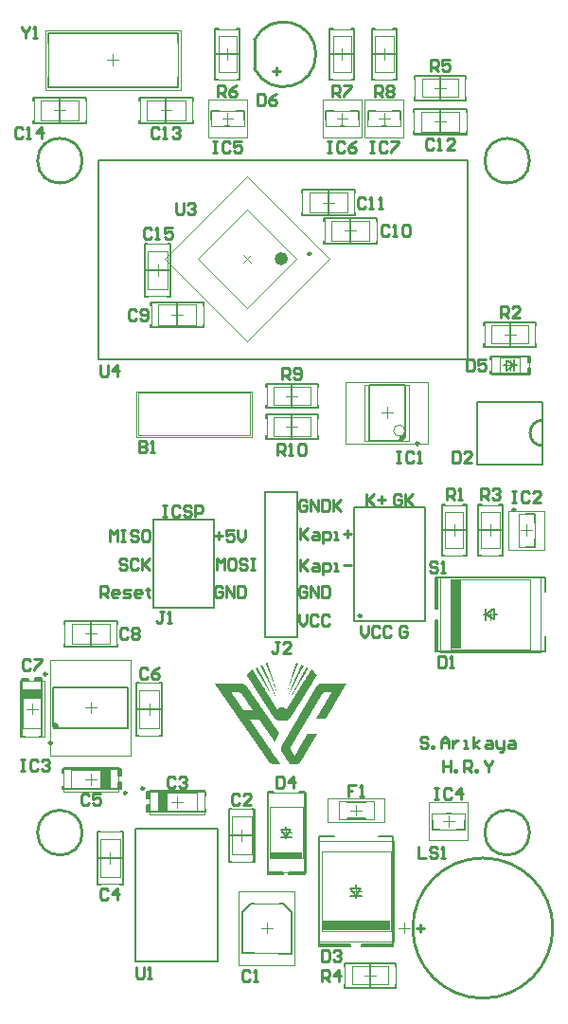
<source format=gto>
G04*
G04 #@! TF.GenerationSoftware,Altium Limited,Altium Designer,21.3.2 (30)*
G04*
G04 Layer_Color=65535*
%FSLAX25Y25*%
%MOIN*%
G70*
G04*
G04 #@! TF.SameCoordinates,3F51CCC3-8A4B-4D73-A1D2-239D5F55BC23*
G04*
G04*
G04 #@! TF.FilePolarity,Positive*
G04*
G01*
G75*
%ADD10C,0.01000*%
%ADD11C,0.00984*%
%ADD12C,0.00787*%
%ADD13C,0.02362*%
%ADD14C,0.00591*%
%ADD15C,0.00394*%
%ADD16R,0.00591X0.02362*%
%ADD17R,0.02362X0.00591*%
%ADD18R,0.03307X0.06692*%
%ADD19R,0.06692X0.03307*%
%ADD20R,0.03765X0.24488*%
%ADD21R,0.24488X0.03765*%
%ADD22R,0.11496X0.02436*%
%ADD23C,0.00197*%
G36*
X137992Y196850D02*
X137205D01*
Y197242D01*
X137504Y197966D01*
X138058Y198519D01*
X138782Y198819D01*
X139173D01*
X137992Y196850D01*
D02*
G37*
G36*
X100984Y118769D02*
X101138D01*
Y118692D01*
X101292D01*
Y118615D01*
X101446D01*
Y118538D01*
X101678D01*
Y118461D01*
X101755D01*
Y118384D01*
X101601D01*
Y118307D01*
Y118230D01*
Y118153D01*
X101523D01*
Y118076D01*
X101446D01*
Y117999D01*
Y117922D01*
Y117845D01*
X101369D01*
Y117768D01*
X101292D01*
Y117691D01*
Y117614D01*
X101215D01*
Y117537D01*
Y117460D01*
X101138D01*
Y117383D01*
Y117306D01*
X101061D01*
Y117229D01*
Y117152D01*
Y117075D01*
X100984D01*
Y116998D01*
X100907D01*
Y116921D01*
Y116844D01*
Y116767D01*
X100830D01*
Y116690D01*
Y116613D01*
X100753D01*
Y116536D01*
X100676D01*
Y116459D01*
Y116382D01*
Y116305D01*
Y116227D01*
X100599D01*
Y116150D01*
Y116073D01*
X100522D01*
Y115996D01*
Y115919D01*
Y115842D01*
X100445D01*
Y115765D01*
Y115688D01*
X100368D01*
Y115611D01*
Y115534D01*
Y115457D01*
X100291D01*
Y115380D01*
X100214D01*
Y115303D01*
Y115226D01*
Y115149D01*
Y115072D01*
X100137D01*
Y114995D01*
Y114918D01*
X100060D01*
Y114841D01*
X99983D01*
Y114764D01*
Y114687D01*
Y114610D01*
Y114533D01*
X99906D01*
Y114456D01*
Y114379D01*
X99829D01*
Y114302D01*
Y114225D01*
Y114148D01*
X99752D01*
Y114071D01*
Y113994D01*
Y113917D01*
X99675D01*
Y113840D01*
Y113762D01*
Y113686D01*
X99598D01*
Y113609D01*
X99521D01*
Y113531D01*
Y113454D01*
Y113377D01*
X99444D01*
Y113300D01*
Y113223D01*
Y113146D01*
X99367D01*
Y113069D01*
Y112992D01*
X99290D01*
Y112915D01*
Y112838D01*
Y112761D01*
Y112684D01*
X99213D01*
Y112607D01*
Y112530D01*
X99136D01*
Y112453D01*
Y112376D01*
Y112299D01*
Y112222D01*
X99059D01*
Y112145D01*
X98981D01*
Y112068D01*
Y111991D01*
Y111914D01*
Y111837D01*
X98905D01*
Y111760D01*
Y111683D01*
Y111606D01*
X98827D01*
Y111529D01*
X98750D01*
Y111452D01*
Y111375D01*
Y111298D01*
Y111221D01*
X98673D01*
Y111144D01*
Y111066D01*
X98596D01*
Y110989D01*
Y110912D01*
Y110835D01*
Y110758D01*
X98519D01*
Y110681D01*
Y110604D01*
X98442D01*
Y110527D01*
Y110450D01*
Y110373D01*
Y110296D01*
X98365D01*
Y110219D01*
X98288D01*
Y110142D01*
Y110065D01*
X98211D01*
Y110142D01*
X98134D01*
Y110219D01*
X98211D01*
Y110296D01*
Y110373D01*
X98288D01*
Y110450D01*
Y110527D01*
Y110604D01*
X98365D01*
Y110681D01*
Y110758D01*
Y110835D01*
Y110912D01*
X98442D01*
Y110989D01*
Y111066D01*
Y111144D01*
X98519D01*
Y111221D01*
Y111298D01*
Y111375D01*
Y111452D01*
Y111529D01*
X98596D01*
Y111606D01*
Y111683D01*
X98673D01*
Y111760D01*
Y111837D01*
X98750D01*
Y111914D01*
X98673D01*
Y111991D01*
X98750D01*
Y112068D01*
Y112145D01*
Y112222D01*
X98827D01*
Y112299D01*
Y112376D01*
X98905D01*
Y112453D01*
Y112530D01*
Y112607D01*
Y112684D01*
X98981D01*
Y112761D01*
Y112838D01*
Y112915D01*
X99059D01*
Y112992D01*
Y113069D01*
Y113146D01*
Y113223D01*
X99136D01*
Y113300D01*
Y113377D01*
X99213D01*
Y113454D01*
Y113531D01*
Y113609D01*
Y113686D01*
Y113762D01*
X99290D01*
Y113840D01*
Y113917D01*
X99367D01*
Y113994D01*
Y114071D01*
X99444D01*
Y114148D01*
Y114225D01*
Y114302D01*
Y114379D01*
X99521D01*
Y114456D01*
Y114533D01*
Y114610D01*
X99598D01*
Y114687D01*
Y114764D01*
Y114841D01*
Y114918D01*
X99675D01*
Y114995D01*
Y115072D01*
X99752D01*
Y115149D01*
Y115226D01*
Y115303D01*
Y115380D01*
X99829D01*
Y115457D01*
Y115534D01*
X99906D01*
Y115611D01*
Y115688D01*
Y115765D01*
X99983D01*
Y115842D01*
X99906D01*
Y115919D01*
X99983D01*
Y115996D01*
Y116073D01*
X100060D01*
Y116150D01*
Y116227D01*
Y116305D01*
X100137D01*
Y116382D01*
Y116459D01*
Y116536D01*
Y116613D01*
X100214D01*
Y116690D01*
Y116767D01*
X100291D01*
Y116844D01*
Y116921D01*
Y116998D01*
Y117075D01*
X100368D01*
Y117152D01*
Y117229D01*
X100445D01*
Y117306D01*
Y117383D01*
Y117460D01*
Y117537D01*
X100522D01*
Y117614D01*
Y117691D01*
X100599D01*
Y117768D01*
Y117845D01*
X100676D01*
Y117922D01*
Y117999D01*
Y118076D01*
Y118153D01*
Y118230D01*
X100753D01*
Y118307D01*
Y118384D01*
X100830D01*
Y118461D01*
Y118538D01*
Y118615D01*
Y118692D01*
X100907D01*
Y118769D01*
Y118846D01*
X100984D01*
Y118769D01*
D02*
G37*
G36*
X98211Y109911D02*
Y109834D01*
Y109757D01*
Y109680D01*
X98134D01*
Y109603D01*
Y109526D01*
X98057D01*
Y109449D01*
Y109372D01*
Y109295D01*
Y109218D01*
X97980D01*
Y109295D01*
Y109372D01*
Y109449D01*
Y109526D01*
Y109603D01*
X98057D01*
Y109680D01*
Y109757D01*
Y109834D01*
X98134D01*
Y109911D01*
Y109988D01*
X98211D01*
Y109911D01*
D02*
G37*
G36*
X90893Y118692D02*
Y118615D01*
Y118538D01*
X90970D01*
Y118461D01*
Y118384D01*
X91048D01*
Y118307D01*
Y118230D01*
Y118153D01*
Y118076D01*
Y117999D01*
X91124D01*
Y117922D01*
Y117845D01*
X91202D01*
Y117768D01*
Y117691D01*
Y117614D01*
Y117537D01*
X91279D01*
Y117460D01*
Y117383D01*
X91356D01*
Y117306D01*
Y117229D01*
X91433D01*
Y117152D01*
X91356D01*
Y117075D01*
X91433D01*
Y116998D01*
Y116921D01*
X91510D01*
Y116844D01*
Y116767D01*
X91587D01*
Y116690D01*
Y116613D01*
Y116536D01*
Y116459D01*
X91664D01*
Y116382D01*
Y116305D01*
Y116227D01*
X91741D01*
Y116150D01*
Y116073D01*
Y115996D01*
Y115919D01*
X91818D01*
Y115842D01*
Y115765D01*
X91895D01*
Y115688D01*
Y115611D01*
Y115534D01*
Y115457D01*
Y115380D01*
X91972D01*
Y115303D01*
Y115226D01*
X92049D01*
Y115149D01*
Y115072D01*
X92126D01*
Y114995D01*
X92049D01*
Y114918D01*
X92126D01*
Y114841D01*
Y114764D01*
X92203D01*
Y114687D01*
Y114610D01*
X92280D01*
Y114533D01*
Y114456D01*
Y114379D01*
Y114302D01*
Y114225D01*
X92357D01*
Y114148D01*
Y114071D01*
X92434D01*
Y113994D01*
Y113917D01*
Y113840D01*
Y113762D01*
X92511D01*
Y113686D01*
Y113609D01*
X92588D01*
Y113531D01*
Y113454D01*
Y113377D01*
X92665D01*
Y113300D01*
X92588D01*
Y113223D01*
X92665D01*
Y113146D01*
Y113069D01*
X92742D01*
Y112992D01*
Y112915D01*
X92819D01*
Y112838D01*
Y112761D01*
Y112684D01*
Y112607D01*
Y112530D01*
X92896D01*
Y112453D01*
Y112376D01*
X92973D01*
Y112299D01*
Y112222D01*
Y112145D01*
Y112068D01*
Y111991D01*
X93050D01*
Y111914D01*
Y111837D01*
X93127D01*
Y111760D01*
Y111683D01*
Y111606D01*
Y111529D01*
X93204D01*
Y111452D01*
Y111375D01*
Y111298D01*
X93281D01*
Y111221D01*
Y111144D01*
X93358D01*
Y111066D01*
X93281D01*
Y110989D01*
Y110912D01*
X93358D01*
Y110835D01*
Y110758D01*
X93435D01*
Y110681D01*
Y110604D01*
X93512D01*
Y110527D01*
Y110450D01*
Y110373D01*
Y110296D01*
Y110219D01*
X93590D01*
Y110142D01*
Y110065D01*
Y109988D01*
X93666D01*
Y109911D01*
Y109834D01*
Y109757D01*
Y109680D01*
Y109603D01*
X93743D01*
Y109526D01*
Y109449D01*
X93821D01*
Y109372D01*
Y109295D01*
Y109218D01*
Y109141D01*
X93743D01*
Y109218D01*
Y109295D01*
Y109372D01*
X93666D01*
Y109449D01*
Y109526D01*
X93590D01*
Y109603D01*
Y109680D01*
Y109757D01*
Y109834D01*
Y109911D01*
X93512D01*
Y109988D01*
Y110065D01*
X93435D01*
Y110142D01*
Y110219D01*
Y110296D01*
X93358D01*
Y110373D01*
Y110450D01*
X93281D01*
Y110527D01*
Y110604D01*
Y110681D01*
Y110758D01*
X93204D01*
Y110835D01*
Y110912D01*
X93127D01*
Y110989D01*
Y111066D01*
X93050D01*
Y111144D01*
X93127D01*
Y111221D01*
X93050D01*
Y111298D01*
Y111375D01*
X92973D01*
Y111452D01*
Y111529D01*
X92896D01*
Y111606D01*
Y111683D01*
Y111760D01*
Y111837D01*
X92819D01*
Y111914D01*
Y111991D01*
X92742D01*
Y112068D01*
Y112145D01*
Y112222D01*
X92665D01*
Y112299D01*
Y112376D01*
X92588D01*
Y112453D01*
Y112530D01*
Y112607D01*
Y112684D01*
X92511D01*
Y112761D01*
Y112838D01*
X92434D01*
Y112915D01*
Y112992D01*
X92357D01*
Y113069D01*
Y113146D01*
Y113223D01*
X92280D01*
Y113300D01*
Y113377D01*
X92203D01*
Y113454D01*
Y113531D01*
Y113609D01*
Y113686D01*
X92126D01*
Y113762D01*
Y113840D01*
X92049D01*
Y113917D01*
Y113994D01*
Y114071D01*
X91972D01*
Y114148D01*
Y114225D01*
X91895D01*
Y114302D01*
Y114379D01*
X91818D01*
Y114456D01*
X91895D01*
Y114533D01*
X91818D01*
Y114610D01*
X91741D01*
Y114687D01*
Y114764D01*
Y114841D01*
X91664D01*
Y114918D01*
Y114995D01*
Y115072D01*
X91587D01*
Y115149D01*
X91510D01*
Y115226D01*
Y115303D01*
Y115380D01*
Y115457D01*
X91433D01*
Y115534D01*
Y115611D01*
X91356D01*
Y115688D01*
Y115765D01*
Y115842D01*
X91279D01*
Y115919D01*
Y115996D01*
X91202D01*
Y116073D01*
X91124D01*
Y116150D01*
Y116227D01*
Y116305D01*
Y116382D01*
X91048D01*
Y116459D01*
X90970D01*
Y116536D01*
Y116613D01*
Y116690D01*
Y116767D01*
X90893D01*
Y116844D01*
X90816D01*
Y116921D01*
Y116998D01*
Y117075D01*
X90739D01*
Y117152D01*
Y117229D01*
X90662D01*
Y117306D01*
X90585D01*
Y117383D01*
Y117460D01*
Y117537D01*
X90508D01*
Y117614D01*
X90431D01*
Y117691D01*
Y117768D01*
Y117845D01*
X90354D01*
Y117922D01*
Y117999D01*
X90277D01*
Y118076D01*
Y118153D01*
X90200D01*
Y118230D01*
Y118307D01*
X90123D01*
Y118384D01*
X90046D01*
Y118461D01*
X90123D01*
Y118538D01*
X90354D01*
Y118615D01*
X90508D01*
Y118692D01*
X90662D01*
Y118769D01*
X90893D01*
Y118692D01*
D02*
G37*
G36*
X97903Y108987D02*
Y108910D01*
Y108833D01*
X97826D01*
Y108910D01*
Y108987D01*
Y109064D01*
X97903D01*
Y108987D01*
D02*
G37*
G36*
X94052Y108602D02*
Y108525D01*
Y108448D01*
X93975D01*
Y108525D01*
Y108602D01*
Y108679D01*
X94052D01*
Y108602D01*
D02*
G37*
G36*
X97749Y108448D02*
Y108370D01*
Y108293D01*
X97672D01*
Y108370D01*
Y108448D01*
Y108525D01*
X97749D01*
Y108448D01*
D02*
G37*
G36*
X97672Y108216D02*
Y108139D01*
X97595D01*
Y108216D01*
Y108293D01*
X97672D01*
Y108216D01*
D02*
G37*
G36*
X104605Y117075D02*
X104682D01*
Y116998D01*
X104836D01*
Y116921D01*
X104990D01*
Y116844D01*
X105144D01*
Y116767D01*
X105221D01*
Y116690D01*
X105144D01*
Y116613D01*
X105067D01*
Y116536D01*
Y116459D01*
X104990D01*
Y116382D01*
X104913D01*
Y116305D01*
Y116227D01*
Y116150D01*
X104759D01*
Y116073D01*
Y115996D01*
Y115919D01*
X104682D01*
Y115842D01*
X104605D01*
Y115765D01*
Y115688D01*
X104528D01*
Y115611D01*
X104451D01*
Y115534D01*
Y115457D01*
X104374D01*
Y115380D01*
X104297D01*
Y115303D01*
Y115226D01*
X104219D01*
Y115149D01*
Y115072D01*
X104142D01*
Y114995D01*
Y114918D01*
X104066D01*
Y114841D01*
Y114764D01*
X103911D01*
Y114687D01*
Y114610D01*
Y114533D01*
X103834D01*
Y114456D01*
X103757D01*
Y114379D01*
X103680D01*
Y114302D01*
Y114225D01*
X103603D01*
Y114148D01*
Y114071D01*
X103526D01*
Y113994D01*
Y113917D01*
X103449D01*
Y113840D01*
X103372D01*
Y113762D01*
Y113686D01*
X103295D01*
Y113609D01*
Y113531D01*
X103141D01*
Y113454D01*
Y113377D01*
X103064D01*
Y113300D01*
Y113223D01*
X102987D01*
Y113146D01*
Y113069D01*
X102910D01*
Y112992D01*
X102833D01*
Y112915D01*
Y112838D01*
X102756D01*
Y112761D01*
Y112684D01*
X102679D01*
Y112607D01*
Y112530D01*
X102602D01*
Y112453D01*
X102525D01*
Y112376D01*
X102448D01*
Y112299D01*
Y112222D01*
Y112145D01*
X102294D01*
Y112068D01*
Y111991D01*
Y111914D01*
X102217D01*
Y111837D01*
X102140D01*
Y111760D01*
Y111683D01*
X102063D01*
Y111606D01*
X101986D01*
Y111529D01*
Y111452D01*
X101909D01*
Y111375D01*
Y111298D01*
X101832D01*
Y111221D01*
Y111144D01*
X101755D01*
Y111066D01*
X101678D01*
Y110989D01*
X101601D01*
Y110912D01*
Y110835D01*
Y110758D01*
X101446D01*
Y110681D01*
Y110604D01*
Y110527D01*
X101369D01*
Y110450D01*
X101292D01*
Y110373D01*
Y110296D01*
X101215D01*
Y110219D01*
X101138D01*
Y110142D01*
Y110065D01*
X101061D01*
Y109988D01*
Y109911D01*
X100984D01*
Y109834D01*
Y109757D01*
X100907D01*
Y109680D01*
X100830D01*
Y109603D01*
Y109526D01*
X100676D01*
Y109449D01*
X100753D01*
Y109372D01*
X100599D01*
Y109295D01*
Y109218D01*
X100522D01*
Y109141D01*
Y109064D01*
X100445D01*
Y108987D01*
X100368D01*
Y108910D01*
Y108833D01*
X100291D01*
Y108756D01*
Y108679D01*
X100214D01*
Y108602D01*
Y108525D01*
X100137D01*
Y108448D01*
Y108370D01*
X99983D01*
Y108293D01*
Y108216D01*
Y108139D01*
X99829D01*
Y108062D01*
Y107985D01*
Y107908D01*
X99752D01*
Y107831D01*
X99675D01*
Y107754D01*
Y107677D01*
X99598D01*
Y107600D01*
X99521D01*
Y107677D01*
Y107754D01*
X99598D01*
Y107831D01*
Y107908D01*
Y107985D01*
X99675D01*
Y108062D01*
X99752D01*
Y108139D01*
Y108216D01*
Y108293D01*
X99829D01*
Y108370D01*
X99906D01*
Y108448D01*
Y108525D01*
Y108602D01*
X99983D01*
Y108679D01*
X100060D01*
Y108756D01*
X100137D01*
Y108833D01*
Y108910D01*
Y108987D01*
X100214D01*
Y109064D01*
X100291D01*
Y109141D01*
Y109218D01*
Y109295D01*
X100368D01*
Y109372D01*
X100445D01*
Y109449D01*
Y109526D01*
Y109603D01*
X100522D01*
Y109680D01*
Y109757D01*
X100599D01*
Y109834D01*
Y109911D01*
X100676D01*
Y109988D01*
Y110065D01*
X100753D01*
Y110142D01*
X100830D01*
Y110219D01*
Y110296D01*
Y110373D01*
X100907D01*
Y110450D01*
X100984D01*
Y110527D01*
Y110604D01*
X101061D01*
Y110681D01*
Y110758D01*
X101138D01*
Y110835D01*
Y110912D01*
Y110989D01*
X101215D01*
Y111066D01*
X101292D01*
Y111144D01*
X101369D01*
Y111221D01*
Y111298D01*
Y111375D01*
X101446D01*
Y111452D01*
Y111529D01*
X101523D01*
Y111606D01*
Y111683D01*
X101601D01*
Y111760D01*
Y111837D01*
X101678D01*
Y111914D01*
Y111991D01*
X101755D01*
Y112068D01*
X101832D01*
Y112145D01*
Y112222D01*
Y112299D01*
X101909D01*
Y112376D01*
X101986D01*
Y112453D01*
Y112530D01*
X102063D01*
Y112607D01*
Y112684D01*
Y112761D01*
X102140D01*
Y112838D01*
X102217D01*
Y112915D01*
Y112992D01*
X102294D01*
Y113069D01*
X102371D01*
Y113146D01*
Y113223D01*
Y113300D01*
X102448D01*
Y113377D01*
Y113454D01*
X102525D01*
Y113531D01*
X102602D01*
Y113609D01*
Y113686D01*
Y113762D01*
X102679D01*
Y113840D01*
X102756D01*
Y113917D01*
Y113994D01*
X102833D01*
Y114071D01*
Y114148D01*
X102910D01*
Y114225D01*
Y114302D01*
X102987D01*
Y114379D01*
Y114456D01*
X103064D01*
Y114533D01*
X103141D01*
Y114610D01*
X103064D01*
Y114687D01*
X103218D01*
Y114764D01*
Y114841D01*
X103295D01*
Y114918D01*
Y114995D01*
X103372D01*
Y115072D01*
Y115149D01*
X103449D01*
Y115226D01*
Y115303D01*
Y115380D01*
X103603D01*
Y115457D01*
Y115534D01*
Y115611D01*
X103680D01*
Y115688D01*
Y115765D01*
X103757D01*
Y115842D01*
X103834D01*
Y115919D01*
Y115996D01*
Y116073D01*
X103988D01*
Y116150D01*
Y116227D01*
Y116305D01*
X104066D01*
Y116382D01*
Y116459D01*
X104142D01*
Y116536D01*
Y116613D01*
X104219D01*
Y116690D01*
Y116767D01*
X104297D01*
Y116844D01*
Y116921D01*
X104374D01*
Y116998D01*
X104451D01*
Y117075D01*
Y117152D01*
X104605D01*
Y117075D01*
D02*
G37*
G36*
X102833Y117922D02*
X102910D01*
Y117845D01*
X103064D01*
Y117768D01*
X103218D01*
Y117691D01*
X103372D01*
Y117614D01*
X103526D01*
Y117537D01*
X103449D01*
Y117460D01*
X103372D01*
Y117383D01*
Y117306D01*
X103295D01*
Y117229D01*
X103218D01*
Y117152D01*
Y117075D01*
X103141D01*
Y116998D01*
Y116921D01*
X102987D01*
Y116844D01*
Y116767D01*
Y116690D01*
X102910D01*
Y116613D01*
X102833D01*
Y116536D01*
Y116459D01*
Y116382D01*
X102756D01*
Y116305D01*
X102679D01*
Y116227D01*
Y116150D01*
X102602D01*
Y116073D01*
X102525D01*
Y115996D01*
Y115919D01*
X102448D01*
Y115842D01*
Y115765D01*
Y115688D01*
X102371D01*
Y115611D01*
X102294D01*
Y115534D01*
Y115457D01*
X102217D01*
Y115380D01*
X102140D01*
Y115303D01*
Y115226D01*
Y115149D01*
X102063D01*
Y115072D01*
Y114995D01*
X101986D01*
Y114918D01*
X101909D01*
Y114841D01*
Y114764D01*
Y114687D01*
X101832D01*
Y114610D01*
X101755D01*
Y114533D01*
Y114456D01*
Y114379D01*
X101678D01*
Y114302D01*
X101601D01*
Y114225D01*
Y114148D01*
Y114071D01*
X101523D01*
Y113994D01*
Y113917D01*
X101446D01*
Y113840D01*
Y113762D01*
X101369D01*
Y113686D01*
Y113609D01*
X101292D01*
Y113531D01*
X101215D01*
Y113454D01*
Y113377D01*
Y113300D01*
X101138D01*
Y113223D01*
X101061D01*
Y113146D01*
Y113069D01*
Y112992D01*
X100984D01*
Y112915D01*
Y112838D01*
X100907D01*
Y112761D01*
Y112684D01*
X100830D01*
Y112607D01*
Y112530D01*
X100753D01*
Y112453D01*
X100676D01*
Y112376D01*
Y112299D01*
Y112222D01*
X100599D01*
Y112145D01*
X100522D01*
Y112068D01*
Y111991D01*
Y111914D01*
X100445D01*
Y111837D01*
X100368D01*
Y111760D01*
Y111683D01*
Y111606D01*
Y111529D01*
X100291D01*
Y111452D01*
X100214D01*
Y111375D01*
Y111298D01*
Y111221D01*
X100137D01*
Y111144D01*
X100060D01*
Y111066D01*
Y110989D01*
X99983D01*
Y110912D01*
Y110835D01*
Y110758D01*
X99906D01*
Y110681D01*
X99829D01*
Y110604D01*
Y110527D01*
Y110450D01*
X99752D01*
Y110373D01*
Y110296D01*
X99675D01*
Y110219D01*
Y110142D01*
Y110065D01*
X99598D01*
Y109988D01*
X99521D01*
Y109911D01*
Y109834D01*
Y109757D01*
X99444D01*
Y109680D01*
X99367D01*
Y109603D01*
Y109526D01*
X99290D01*
Y109449D01*
Y109372D01*
Y109295D01*
X99213D01*
Y109218D01*
Y109141D01*
X99136D01*
Y109064D01*
Y108987D01*
X99059D01*
Y108910D01*
Y108833D01*
X98981D01*
Y108756D01*
X98905D01*
Y108679D01*
X98981D01*
Y108602D01*
X98905D01*
Y108525D01*
Y108448D01*
X98827D01*
Y108370D01*
X98750D01*
Y108293D01*
Y108216D01*
Y108139D01*
X98673D01*
Y108062D01*
X98596D01*
Y107985D01*
Y107908D01*
Y107831D01*
Y107754D01*
X98519D01*
Y107677D01*
X98442D01*
Y107600D01*
Y107523D01*
Y107446D01*
X98365D01*
Y107369D01*
X98288D01*
Y107446D01*
Y107523D01*
X98365D01*
Y107600D01*
Y107677D01*
Y107754D01*
Y107831D01*
X98442D01*
Y107908D01*
Y107985D01*
X98519D01*
Y108062D01*
Y108139D01*
Y108216D01*
Y108293D01*
X98596D01*
Y108370D01*
Y108448D01*
X98673D01*
Y108525D01*
Y108602D01*
Y108679D01*
X98750D01*
Y108756D01*
Y108833D01*
X98827D01*
Y108910D01*
Y108987D01*
X98905D01*
Y109064D01*
Y109141D01*
Y109218D01*
Y109295D01*
X98981D01*
Y109372D01*
X99059D01*
Y109449D01*
Y109526D01*
Y109603D01*
Y109680D01*
Y109757D01*
X99136D01*
Y109834D01*
X99213D01*
Y109911D01*
Y109988D01*
Y110065D01*
X99290D01*
Y110142D01*
Y110219D01*
Y110296D01*
X99367D01*
Y110373D01*
X99444D01*
Y110450D01*
Y110527D01*
Y110604D01*
X99521D01*
Y110681D01*
Y110758D01*
Y110835D01*
X99598D01*
Y110912D01*
Y110989D01*
Y111066D01*
X99675D01*
Y111144D01*
X99752D01*
Y111221D01*
Y111298D01*
Y111375D01*
Y111452D01*
X99829D01*
Y111529D01*
X99906D01*
Y111606D01*
Y111683D01*
Y111760D01*
Y111837D01*
X99983D01*
Y111914D01*
X100060D01*
Y111991D01*
Y112068D01*
X100137D01*
Y112145D01*
Y112222D01*
Y112299D01*
Y112376D01*
X100214D01*
Y112453D01*
X100291D01*
Y112530D01*
Y112607D01*
Y112684D01*
Y112761D01*
X100368D01*
Y112838D01*
X100445D01*
Y112915D01*
Y112992D01*
Y113069D01*
X100522D01*
Y113146D01*
Y113223D01*
X100599D01*
Y113300D01*
X100676D01*
Y113377D01*
Y113454D01*
Y113531D01*
Y113609D01*
X100753D01*
Y113686D01*
X100830D01*
Y113762D01*
Y113840D01*
Y113917D01*
Y113994D01*
X100907D01*
Y114071D01*
X100984D01*
Y114148D01*
Y114225D01*
Y114302D01*
X101061D01*
Y114379D01*
Y114456D01*
X101138D01*
Y114533D01*
Y114610D01*
Y114687D01*
X101215D01*
Y114764D01*
X101292D01*
Y114841D01*
Y114918D01*
X101369D01*
Y114995D01*
Y115072D01*
Y115149D01*
X101446D01*
Y115226D01*
X101523D01*
Y115303D01*
Y115380D01*
Y115457D01*
Y115534D01*
X101601D01*
Y115611D01*
X101678D01*
Y115688D01*
Y115765D01*
Y115842D01*
X101755D01*
Y115919D01*
X101832D01*
Y115996D01*
Y116073D01*
Y116150D01*
Y116227D01*
X101909D01*
Y116305D01*
X101986D01*
Y116382D01*
Y116459D01*
X102063D01*
Y116536D01*
Y116613D01*
X102140D01*
Y116690D01*
Y116767D01*
X102217D01*
Y116844D01*
Y116921D01*
Y116998D01*
X102294D01*
Y117075D01*
Y117152D01*
X102371D01*
Y117229D01*
Y117306D01*
X102448D01*
Y117383D01*
Y117460D01*
X102525D01*
Y117537D01*
X102602D01*
Y117614D01*
Y117691D01*
Y117768D01*
X102679D01*
Y117845D01*
X102756D01*
Y117922D01*
Y117999D01*
X102833D01*
Y117922D01*
D02*
G37*
G36*
X99521Y107523D02*
Y107446D01*
X99444D01*
Y107369D01*
Y107292D01*
X99367D01*
Y107369D01*
Y107446D01*
Y107523D01*
X99444D01*
Y107600D01*
X99521D01*
Y107523D01*
D02*
G37*
G36*
X98288Y107292D02*
Y107215D01*
X98211D01*
Y107292D01*
Y107369D01*
X98288D01*
Y107292D01*
D02*
G37*
G36*
X98211Y107138D02*
X98288D01*
Y107061D01*
X98211D01*
Y107138D01*
X98134D01*
Y107215D01*
X98211D01*
Y107138D01*
D02*
G37*
G36*
X99367Y107215D02*
Y107138D01*
X99290D01*
Y107061D01*
Y106984D01*
X99213D01*
Y107061D01*
Y107138D01*
Y107215D01*
X99290D01*
Y107292D01*
X99367D01*
Y107215D01*
D02*
G37*
G36*
X89045Y117922D02*
Y117845D01*
X89122D01*
Y117768D01*
Y117691D01*
X89199D01*
Y117614D01*
Y117537D01*
X89276D01*
Y117460D01*
Y117383D01*
Y117306D01*
X89353D01*
Y117229D01*
X89430D01*
Y117152D01*
Y117075D01*
Y116998D01*
X89507D01*
Y116921D01*
Y116844D01*
X89584D01*
Y116767D01*
X89661D01*
Y116690D01*
Y116613D01*
Y116536D01*
X89738D01*
Y116459D01*
X89815D01*
Y116382D01*
Y116305D01*
Y116227D01*
Y116150D01*
X89892D01*
Y116073D01*
X89969D01*
Y115996D01*
Y115919D01*
Y115842D01*
X90046D01*
Y115765D01*
X90123D01*
Y115688D01*
Y115611D01*
Y115534D01*
Y115457D01*
X90200D01*
Y115380D01*
X90277D01*
Y115303D01*
Y115226D01*
X90354D01*
Y115149D01*
Y115072D01*
X90431D01*
Y114995D01*
Y114918D01*
Y114841D01*
X90508D01*
Y114764D01*
Y114687D01*
X90585D01*
Y114610D01*
Y114533D01*
X90662D01*
Y114456D01*
Y114379D01*
Y114302D01*
X90739D01*
Y114225D01*
Y114148D01*
X90816D01*
Y114071D01*
X90893D01*
Y113994D01*
X90816D01*
Y113917D01*
X90893D01*
Y113840D01*
X90970D01*
Y113762D01*
Y113686D01*
X91048D01*
Y113609D01*
Y113531D01*
Y113454D01*
X91124D01*
Y113377D01*
Y113300D01*
X91202D01*
Y113223D01*
Y113146D01*
Y113069D01*
X91279D01*
Y112992D01*
Y112915D01*
X91356D01*
Y112838D01*
X91433D01*
Y112761D01*
X91356D01*
Y112684D01*
X91433D01*
Y112607D01*
Y112530D01*
X91510D01*
Y112453D01*
X91587D01*
Y112376D01*
Y112299D01*
Y112222D01*
X91664D01*
Y112145D01*
Y112068D01*
X91741D01*
Y111991D01*
Y111914D01*
Y111837D01*
X91818D01*
Y111760D01*
Y111683D01*
X91895D01*
Y111606D01*
Y111529D01*
Y111452D01*
X91972D01*
Y111375D01*
Y111298D01*
X92049D01*
Y111221D01*
Y111144D01*
Y111066D01*
Y110989D01*
X92126D01*
Y110912D01*
X92203D01*
Y110835D01*
Y110758D01*
X92280D01*
Y110681D01*
Y110604D01*
Y110527D01*
X92357D01*
Y110450D01*
Y110373D01*
X92434D01*
Y110296D01*
Y110219D01*
Y110142D01*
X92511D01*
Y110065D01*
Y109988D01*
Y109911D01*
X92588D01*
Y109834D01*
Y109757D01*
Y109680D01*
X92665D01*
Y109603D01*
X92742D01*
Y109526D01*
Y109449D01*
Y109372D01*
X92819D01*
Y109295D01*
Y109218D01*
Y109141D01*
X92896D01*
Y109064D01*
Y108987D01*
X92973D01*
Y108910D01*
Y108833D01*
Y108756D01*
Y108679D01*
X93050D01*
Y108602D01*
Y108525D01*
X93127D01*
Y108448D01*
Y108370D01*
Y108293D01*
X93204D01*
Y108216D01*
Y108139D01*
X93281D01*
Y108062D01*
Y107985D01*
X93358D01*
Y107908D01*
X93281D01*
Y107831D01*
X93358D01*
Y107754D01*
Y107677D01*
X93435D01*
Y107600D01*
Y107523D01*
X93512D01*
Y107446D01*
Y107369D01*
Y107292D01*
Y107215D01*
X93590D01*
Y107138D01*
Y107061D01*
X93666D01*
Y106984D01*
Y106907D01*
X93590D01*
Y106984D01*
Y107061D01*
X93512D01*
Y107138D01*
Y107215D01*
X93435D01*
Y107292D01*
Y107369D01*
Y107446D01*
X93358D01*
Y107523D01*
Y107600D01*
X93281D01*
Y107677D01*
X93204D01*
Y107754D01*
Y107831D01*
Y107908D01*
X93127D01*
Y107985D01*
Y108062D01*
X93050D01*
Y108139D01*
Y108216D01*
Y108293D01*
X92973D01*
Y108370D01*
X92896D01*
Y108448D01*
Y108525D01*
Y108602D01*
X92819D01*
Y108679D01*
Y108756D01*
X92742D01*
Y108833D01*
Y108910D01*
Y108987D01*
X92665D01*
Y109064D01*
X92588D01*
Y109141D01*
Y109218D01*
Y109295D01*
X92511D01*
Y109372D01*
X92434D01*
Y109449D01*
Y109526D01*
X92357D01*
Y109603D01*
Y109680D01*
Y109757D01*
X92280D01*
Y109834D01*
Y109911D01*
X92203D01*
Y109988D01*
Y110065D01*
X92126D01*
Y110142D01*
Y110219D01*
X92049D01*
Y110296D01*
Y110373D01*
Y110450D01*
X91972D01*
Y110527D01*
Y110604D01*
X91895D01*
Y110681D01*
X91818D01*
Y110758D01*
Y110835D01*
Y110912D01*
X91741D01*
Y110989D01*
X91664D01*
Y111066D01*
Y111144D01*
Y111221D01*
X91587D01*
Y111298D01*
X91510D01*
Y111375D01*
Y111452D01*
Y111529D01*
Y111606D01*
X91433D01*
Y111683D01*
X91356D01*
Y111760D01*
Y111837D01*
X91279D01*
Y111914D01*
Y111991D01*
X91202D01*
Y112068D01*
Y112145D01*
X91124D01*
Y112222D01*
Y112299D01*
Y112376D01*
X91048D01*
Y112453D01*
X90970D01*
Y112530D01*
Y112607D01*
Y112684D01*
X90893D01*
Y112761D01*
X90816D01*
Y112838D01*
Y112915D01*
Y112992D01*
X90739D01*
Y113069D01*
X90662D01*
Y113146D01*
Y113223D01*
X90585D01*
Y113300D01*
Y113377D01*
X90508D01*
Y113454D01*
Y113531D01*
X90431D01*
Y113609D01*
Y113686D01*
Y113762D01*
X90354D01*
Y113840D01*
X90277D01*
Y113917D01*
Y113994D01*
Y114071D01*
X90200D01*
Y114148D01*
X90123D01*
Y114225D01*
Y114302D01*
X90046D01*
Y114379D01*
Y114456D01*
X89969D01*
Y114533D01*
Y114610D01*
X89892D01*
Y114687D01*
Y114764D01*
Y114841D01*
X89815D01*
Y114918D01*
X89738D01*
Y114995D01*
Y115072D01*
Y115149D01*
X89661D01*
Y115226D01*
X89584D01*
Y115303D01*
Y115380D01*
Y115457D01*
X89507D01*
Y115534D01*
X89430D01*
Y115611D01*
X89353D01*
Y115688D01*
Y115765D01*
Y115842D01*
X89276D01*
Y115919D01*
X89199D01*
Y115996D01*
Y116073D01*
Y116150D01*
X89045D01*
Y116227D01*
Y116305D01*
Y116382D01*
X88968D01*
Y116459D01*
Y116536D01*
X88891D01*
Y116613D01*
X88814D01*
Y116690D01*
Y116767D01*
X88737D01*
Y116844D01*
Y116921D01*
X88660D01*
Y116998D01*
X88583D01*
Y117075D01*
Y117152D01*
X88506D01*
Y117229D01*
Y117306D01*
X88428D01*
Y117383D01*
Y117460D01*
X88275D01*
Y117537D01*
Y117614D01*
X88352D01*
Y117691D01*
X88583D01*
Y117768D01*
X88660D01*
Y117845D01*
X88891D01*
Y117922D01*
X88968D01*
Y117999D01*
X89045D01*
Y117922D01*
D02*
G37*
G36*
X87350Y117075D02*
Y116998D01*
Y116921D01*
X87427D01*
Y116844D01*
X87504D01*
Y116767D01*
Y116690D01*
Y116613D01*
X87581D01*
Y116536D01*
X87658D01*
Y116459D01*
Y116382D01*
Y116305D01*
X87735D01*
Y116227D01*
X87812D01*
Y116150D01*
X87889D01*
Y116073D01*
Y115996D01*
Y115919D01*
X87966D01*
Y115842D01*
X88043D01*
Y115765D01*
Y115688D01*
Y115611D01*
X88120D01*
Y115534D01*
X88197D01*
Y115457D01*
Y115380D01*
X88275D01*
Y115303D01*
Y115226D01*
X88352D01*
Y115149D01*
X88428D01*
Y115072D01*
Y114995D01*
Y114918D01*
X88506D01*
Y114841D01*
X88583D01*
Y114764D01*
Y114687D01*
X88660D01*
Y114610D01*
Y114533D01*
X88737D01*
Y114456D01*
Y114379D01*
Y114302D01*
X88814D01*
Y114225D01*
X88891D01*
Y114148D01*
Y114071D01*
Y113994D01*
X88968D01*
Y113917D01*
X89045D01*
Y113840D01*
Y113762D01*
X89122D01*
Y113686D01*
X89199D01*
Y113609D01*
Y113531D01*
X89276D01*
Y113454D01*
Y113377D01*
Y113300D01*
X89353D01*
Y113223D01*
X89430D01*
Y113146D01*
Y113069D01*
Y112992D01*
X89507D01*
Y112915D01*
X89584D01*
Y112838D01*
X89661D01*
Y112761D01*
Y112684D01*
Y112607D01*
X89738D01*
Y112530D01*
X89815D01*
Y112453D01*
Y112376D01*
Y112299D01*
X89892D01*
Y112222D01*
X89969D01*
Y112145D01*
Y112068D01*
Y111991D01*
X90046D01*
Y111914D01*
Y111837D01*
X90123D01*
Y111760D01*
X90200D01*
Y111683D01*
Y111606D01*
X90277D01*
Y111529D01*
X90354D01*
Y111452D01*
Y111375D01*
Y111298D01*
X90431D01*
Y111221D01*
Y111144D01*
X90508D01*
Y111066D01*
Y110989D01*
X90585D01*
Y110912D01*
Y110835D01*
X90662D01*
Y110758D01*
Y110681D01*
Y110604D01*
X90739D01*
Y110527D01*
X90816D01*
Y110450D01*
X90893D01*
Y110373D01*
Y110296D01*
X90970D01*
Y110219D01*
Y110142D01*
X91048D01*
Y110065D01*
Y109988D01*
Y109911D01*
X91124D01*
Y109834D01*
X91202D01*
Y109757D01*
Y109680D01*
Y109603D01*
X91279D01*
Y109526D01*
X91356D01*
Y109449D01*
Y109372D01*
Y109295D01*
X91433D01*
Y109218D01*
X91510D01*
Y109141D01*
Y109064D01*
X91587D01*
Y108987D01*
Y108910D01*
Y108833D01*
X91664D01*
Y108756D01*
X91741D01*
Y108679D01*
Y108602D01*
Y108525D01*
X91818D01*
Y108448D01*
X91895D01*
Y108370D01*
Y108293D01*
X91972D01*
Y108216D01*
Y108139D01*
X92049D01*
Y108062D01*
X92126D01*
Y107985D01*
Y107908D01*
Y107831D01*
X92203D01*
Y107754D01*
X92280D01*
Y107677D01*
Y107600D01*
Y107523D01*
X92357D01*
Y107446D01*
X92434D01*
Y107369D01*
Y107292D01*
Y107215D01*
X92511D01*
Y107138D01*
X92588D01*
Y107061D01*
Y106984D01*
X92665D01*
Y106907D01*
X92588D01*
Y106984D01*
X92511D01*
Y107061D01*
Y107138D01*
X92434D01*
Y107215D01*
X92357D01*
Y107292D01*
Y107369D01*
Y107446D01*
X92203D01*
Y107523D01*
Y107600D01*
Y107677D01*
X92126D01*
Y107754D01*
X92049D01*
Y107831D01*
X91972D01*
Y107908D01*
Y107985D01*
X91895D01*
Y108062D01*
Y108139D01*
X91818D01*
Y108216D01*
Y108293D01*
X91741D01*
Y108370D01*
X91664D01*
Y108448D01*
Y108525D01*
X91587D01*
Y108602D01*
Y108679D01*
X91510D01*
Y108756D01*
Y108833D01*
X91356D01*
Y108910D01*
Y108987D01*
X91279D01*
Y109064D01*
X91202D01*
Y109141D01*
Y109218D01*
X91124D01*
Y109295D01*
Y109372D01*
X91048D01*
Y109449D01*
Y109526D01*
X90970D01*
Y109603D01*
X90893D01*
Y109680D01*
Y109757D01*
X90816D01*
Y109834D01*
Y109911D01*
X90739D01*
Y109988D01*
Y110065D01*
X90585D01*
Y110142D01*
Y110219D01*
Y110296D01*
X90508D01*
Y110373D01*
X90431D01*
Y110450D01*
X90354D01*
Y110527D01*
Y110604D01*
X90277D01*
Y110681D01*
Y110758D01*
X90200D01*
Y110835D01*
Y110912D01*
X90123D01*
Y110989D01*
X90046D01*
Y111066D01*
Y111144D01*
X89969D01*
Y111221D01*
X89892D01*
Y111298D01*
Y111375D01*
Y111452D01*
X89738D01*
Y111529D01*
Y111606D01*
Y111683D01*
X89661D01*
Y111760D01*
X89584D01*
Y111837D01*
X89507D01*
Y111914D01*
Y111991D01*
X89430D01*
Y112068D01*
Y112145D01*
X89353D01*
Y112222D01*
Y112299D01*
X89276D01*
Y112376D01*
X89199D01*
Y112453D01*
Y112530D01*
X89122D01*
Y112607D01*
Y112684D01*
X89045D01*
Y112761D01*
Y112838D01*
X88891D01*
Y112915D01*
Y112992D01*
X88814D01*
Y113069D01*
Y113146D01*
X88737D01*
Y113223D01*
X88660D01*
Y113300D01*
Y113377D01*
X88583D01*
Y113454D01*
Y113531D01*
X88506D01*
Y113609D01*
Y113686D01*
X88428D01*
Y113762D01*
X88352D01*
Y113840D01*
Y113917D01*
X88275D01*
Y113994D01*
Y114071D01*
X88197D01*
Y114148D01*
X88120D01*
Y114225D01*
X88043D01*
Y114302D01*
Y114379D01*
X87966D01*
Y114456D01*
Y114533D01*
X87889D01*
Y114610D01*
X87812D01*
Y114687D01*
Y114764D01*
X87735D01*
Y114841D01*
Y114918D01*
X87658D01*
Y114995D01*
Y115072D01*
X87581D01*
Y115149D01*
X87504D01*
Y115226D01*
X87427D01*
Y115303D01*
Y115380D01*
Y115457D01*
X87273D01*
Y115534D01*
Y115611D01*
X87196D01*
Y115688D01*
Y115765D01*
X87119D01*
Y115842D01*
Y115919D01*
X87042D01*
Y115996D01*
Y116073D01*
X86965D01*
Y116150D01*
X86888D01*
Y116227D01*
Y116305D01*
X86811D01*
Y116382D01*
X86734D01*
Y116459D01*
Y116536D01*
Y116613D01*
X86657D01*
Y116690D01*
X86580D01*
Y116767D01*
X86657D01*
Y116844D01*
X86811D01*
Y116921D01*
X86888D01*
Y116998D01*
X87119D01*
Y117075D01*
X87196D01*
Y117152D01*
X87350D01*
Y117075D01*
D02*
G37*
G36*
X99136Y106830D02*
Y106753D01*
X99059D01*
Y106830D01*
Y106907D01*
X99136D01*
Y106830D01*
D02*
G37*
G36*
X98134D02*
Y106753D01*
X98057D01*
Y106830D01*
Y106907D01*
X98134D01*
Y106830D01*
D02*
G37*
G36*
X106453Y116459D02*
X106530D01*
Y116382D01*
Y116305D01*
X106607D01*
Y116227D01*
X106684D01*
Y116150D01*
X106762D01*
Y116073D01*
Y115996D01*
X106839D01*
Y115919D01*
X106915D01*
Y115842D01*
X106993D01*
Y115765D01*
X107070D01*
Y115688D01*
X107147D01*
Y115611D01*
X107224D01*
Y115534D01*
X107301D01*
Y115457D01*
X107378D01*
Y115380D01*
Y115303D01*
X107455D01*
Y115226D01*
X107532D01*
Y115149D01*
Y115072D01*
X107609D01*
Y114995D01*
X107686D01*
Y114918D01*
X107763D01*
Y114841D01*
Y114764D01*
X107840D01*
Y114687D01*
X107917D01*
Y114610D01*
X107994D01*
Y114533D01*
X108071D01*
Y114456D01*
X108148D01*
Y114379D01*
X108225D01*
Y114302D01*
X108148D01*
Y114225D01*
Y114148D01*
X108071D01*
Y114071D01*
X107994D01*
Y113994D01*
Y113917D01*
X107917D01*
Y113840D01*
Y113762D01*
X107763D01*
Y113686D01*
Y113609D01*
Y113531D01*
X107686D01*
Y113454D01*
X107609D01*
Y113377D01*
X107532D01*
Y113300D01*
X107609D01*
Y113223D01*
X107455D01*
Y113146D01*
Y113069D01*
X107378D01*
Y112992D01*
Y112915D01*
X107301D01*
Y112838D01*
Y112761D01*
X107224D01*
Y112684D01*
X107147D01*
Y112607D01*
X107070D01*
Y112530D01*
Y112453D01*
Y112376D01*
X106915D01*
Y112299D01*
Y112222D01*
X106839D01*
Y112145D01*
Y112068D01*
X106762D01*
Y111991D01*
Y111914D01*
X106684D01*
Y111837D01*
Y111760D01*
X106530D01*
Y111683D01*
Y111606D01*
Y111529D01*
X106453D01*
Y111452D01*
X106376D01*
Y111375D01*
Y111298D01*
X106299D01*
Y111221D01*
X106222D01*
Y111144D01*
Y111066D01*
X106145D01*
Y110989D01*
Y110912D01*
X106068D01*
Y110835D01*
X105991D01*
Y110758D01*
Y110681D01*
X105914D01*
Y110604D01*
X105837D01*
Y110527D01*
Y110450D01*
Y110373D01*
X105683D01*
Y110296D01*
Y110219D01*
X105606D01*
Y110142D01*
Y110065D01*
X105529D01*
Y109988D01*
Y109911D01*
X105452D01*
Y109834D01*
X105375D01*
Y109757D01*
X105298D01*
Y109680D01*
Y109603D01*
Y109526D01*
X105144D01*
Y109449D01*
Y109372D01*
X105067D01*
Y109295D01*
Y109218D01*
X104990D01*
Y109141D01*
Y109064D01*
X104913D01*
Y108987D01*
X104836D01*
Y108910D01*
X104759D01*
Y108833D01*
Y108756D01*
Y108679D01*
X104605D01*
Y108602D01*
Y108525D01*
Y108448D01*
X104528D01*
Y108370D01*
X104451D01*
Y108293D01*
Y108216D01*
X104374D01*
Y108139D01*
X104297D01*
Y108062D01*
Y107985D01*
X104219D01*
Y107908D01*
Y107831D01*
X104142D01*
Y107754D01*
X104066D01*
Y107677D01*
Y107600D01*
X103988D01*
Y107523D01*
X103911D01*
Y107446D01*
Y107369D01*
X103834D01*
Y107292D01*
Y107215D01*
X103757D01*
Y107138D01*
Y107061D01*
X103680D01*
Y106984D01*
X103603D01*
Y106907D01*
X103526D01*
Y106830D01*
Y106753D01*
Y106676D01*
X103372D01*
Y106599D01*
Y106522D01*
X103295D01*
Y106445D01*
Y106368D01*
X103218D01*
Y106291D01*
Y106214D01*
X103141D01*
Y106137D01*
X103064D01*
Y106060D01*
X102987D01*
Y105983D01*
Y105905D01*
Y105828D01*
X102833D01*
Y105752D01*
Y105675D01*
Y105597D01*
X102756D01*
Y105520D01*
X102679D01*
Y105443D01*
Y105366D01*
X102602D01*
Y105289D01*
X102525D01*
Y105212D01*
Y105135D01*
X102448D01*
Y105058D01*
Y104981D01*
X102371D01*
Y104904D01*
X102294D01*
Y104827D01*
Y104750D01*
X102217D01*
Y104673D01*
X102140D01*
Y104596D01*
Y104519D01*
X102063D01*
Y104442D01*
X101986D01*
Y104365D01*
Y104288D01*
X101909D01*
Y104211D01*
Y104134D01*
X101832D01*
Y104057D01*
X101755D01*
Y103980D01*
Y103903D01*
Y103826D01*
X101601D01*
Y103749D01*
Y103672D01*
X101523D01*
Y103595D01*
Y103518D01*
X101446D01*
Y103441D01*
Y103364D01*
X101369D01*
Y103287D01*
X101292D01*
Y103209D01*
Y103132D01*
X101215D01*
Y103056D01*
Y102978D01*
X101061D01*
Y102901D01*
Y102824D01*
Y102747D01*
X100984D01*
Y102670D01*
X100907D01*
Y102593D01*
Y102516D01*
X100830D01*
Y102439D01*
X100753D01*
Y102362D01*
Y102285D01*
X100676D01*
Y102208D01*
Y102131D01*
X100522D01*
Y102054D01*
Y101977D01*
Y101900D01*
X100445D01*
Y101823D01*
X100368D01*
Y101746D01*
Y101669D01*
X100291D01*
Y101592D01*
X100214D01*
Y101515D01*
Y101438D01*
X100137D01*
Y101361D01*
Y101284D01*
X100060D01*
Y101207D01*
X99983D01*
Y101130D01*
Y101053D01*
X99906D01*
Y100976D01*
X99829D01*
Y100899D01*
Y100822D01*
Y100745D01*
X99675D01*
Y100668D01*
Y100591D01*
Y100514D01*
X99598D01*
Y100436D01*
X99521D01*
Y100359D01*
Y100282D01*
X99444D01*
Y100205D01*
Y100128D01*
X99290D01*
Y100051D01*
Y99974D01*
Y99897D01*
X99213D01*
Y99820D01*
X99136D01*
Y99743D01*
Y99666D01*
X99059D01*
Y99589D01*
X98981D01*
Y99512D01*
X98905D01*
Y99435D01*
Y99358D01*
X98827D01*
Y99281D01*
X98750D01*
Y99204D01*
X98673D01*
Y99127D01*
X98596D01*
Y99050D01*
X98519D01*
Y98973D01*
X98442D01*
Y98896D01*
X98288D01*
Y98819D01*
X98134D01*
Y98742D01*
X98057D01*
Y98665D01*
X97903D01*
Y98588D01*
X97672D01*
Y98511D01*
X97518D01*
Y98434D01*
X97133D01*
Y98357D01*
X96825D01*
Y98280D01*
X95207D01*
Y98357D01*
X94899D01*
Y98434D01*
X94514D01*
Y98511D01*
X94360D01*
Y98588D01*
X94129D01*
Y98665D01*
X93975D01*
Y98742D01*
X93898D01*
Y98819D01*
X93743D01*
Y98896D01*
X93590D01*
Y98973D01*
X93512D01*
Y99050D01*
X93435D01*
Y99127D01*
X93358D01*
Y99204D01*
X93281D01*
Y99281D01*
X93204D01*
Y99358D01*
X93127D01*
Y99435D01*
Y99512D01*
X93050D01*
Y99589D01*
Y99666D01*
X92896D01*
Y99743D01*
Y99820D01*
X92819D01*
Y99897D01*
Y99974D01*
X92742D01*
Y100051D01*
Y100128D01*
X92665D01*
Y100205D01*
X92588D01*
Y100282D01*
X92511D01*
Y100359D01*
Y100436D01*
X92434D01*
Y100514D01*
X92357D01*
Y100591D01*
Y100668D01*
Y100745D01*
X92203D01*
Y100822D01*
Y100899D01*
X92126D01*
Y100976D01*
Y101053D01*
X92049D01*
Y101130D01*
X91972D01*
Y101207D01*
Y101284D01*
X91895D01*
Y101361D01*
X91818D01*
Y101438D01*
Y101515D01*
X91741D01*
Y101592D01*
X91664D01*
Y101669D01*
Y101746D01*
X91587D01*
Y101823D01*
X91510D01*
Y101900D01*
Y101977D01*
Y102054D01*
X91356D01*
Y102131D01*
Y102208D01*
X91279D01*
Y102285D01*
Y102362D01*
X91202D01*
Y102439D01*
X91124D01*
Y102516D01*
Y102593D01*
X91048D01*
Y102670D01*
X90970D01*
Y102747D01*
Y102824D01*
X90893D01*
Y102901D01*
Y102978D01*
X90816D01*
Y103056D01*
Y103132D01*
X90662D01*
Y103209D01*
Y103287D01*
X90585D01*
Y103364D01*
Y103441D01*
X90508D01*
Y103518D01*
X90431D01*
Y103595D01*
X90354D01*
Y103672D01*
Y103749D01*
X90277D01*
Y103826D01*
Y103903D01*
X90200D01*
Y103980D01*
Y104057D01*
X90123D01*
Y104134D01*
Y104211D01*
X89969D01*
Y104288D01*
Y104365D01*
X89892D01*
Y104442D01*
Y104519D01*
X89815D01*
Y104596D01*
X89738D01*
Y104673D01*
Y104750D01*
X89661D01*
Y104827D01*
X89584D01*
Y104904D01*
Y104981D01*
X89507D01*
Y105058D01*
Y105135D01*
X89353D01*
Y105212D01*
Y105289D01*
X89276D01*
Y105366D01*
Y105443D01*
X89199D01*
Y105520D01*
Y105597D01*
X89122D01*
Y105675D01*
X89045D01*
Y105752D01*
Y105828D01*
X88968D01*
Y105905D01*
X88891D01*
Y105983D01*
Y106060D01*
X88814D01*
Y106137D01*
Y106214D01*
X88660D01*
Y106291D01*
Y106368D01*
X88583D01*
Y106445D01*
Y106522D01*
X88506D01*
Y106599D01*
X88428D01*
Y106676D01*
Y106753D01*
X88352D01*
Y106830D01*
Y106907D01*
X88275D01*
Y106984D01*
X88197D01*
Y107061D01*
X88120D01*
Y107138D01*
Y107215D01*
X88043D01*
Y107292D01*
X87966D01*
Y107369D01*
Y107446D01*
Y107523D01*
X87812D01*
Y107600D01*
Y107677D01*
X87735D01*
Y107754D01*
Y107831D01*
X87658D01*
Y107908D01*
X87581D01*
Y107985D01*
Y108062D01*
X87504D01*
Y108139D01*
X87427D01*
Y108216D01*
Y108293D01*
X87350D01*
Y108370D01*
Y108448D01*
X87273D01*
Y108525D01*
Y108602D01*
X87119D01*
Y108679D01*
Y108756D01*
X87042D01*
Y108833D01*
Y108910D01*
X86965D01*
Y108987D01*
X86888D01*
Y109064D01*
X86811D01*
Y109141D01*
Y109218D01*
X86734D01*
Y109295D01*
Y109372D01*
X86657D01*
Y109449D01*
Y109526D01*
X86580D01*
Y109603D01*
Y109680D01*
X86426D01*
Y109757D01*
Y109834D01*
X86349D01*
Y109911D01*
Y109988D01*
X86272D01*
Y110065D01*
X86195D01*
Y110142D01*
Y110219D01*
X86118D01*
Y110296D01*
X86041D01*
Y110373D01*
Y110450D01*
X85964D01*
Y110527D01*
Y110604D01*
X85887D01*
Y110681D01*
Y110758D01*
X85733D01*
Y110835D01*
Y110912D01*
X85655D01*
Y110989D01*
Y111066D01*
X85578D01*
Y111144D01*
X85501D01*
Y111221D01*
Y111298D01*
X85424D01*
Y111375D01*
X85347D01*
Y111452D01*
Y111529D01*
X85270D01*
Y111606D01*
X85193D01*
Y111683D01*
X85116D01*
Y111760D01*
X85193D01*
Y111837D01*
X85039D01*
Y111914D01*
Y111991D01*
X84962D01*
Y112068D01*
X84885D01*
Y112145D01*
Y112222D01*
X84808D01*
Y112299D01*
Y112376D01*
X84731D01*
Y112453D01*
X84654D01*
Y112530D01*
X84577D01*
Y112607D01*
Y112684D01*
X84500D01*
Y112761D01*
X84423D01*
Y112838D01*
Y112915D01*
Y112992D01*
X84269D01*
Y113069D01*
Y113146D01*
X84192D01*
Y113223D01*
Y113300D01*
X84115D01*
Y113377D01*
Y113454D01*
X84038D01*
Y113531D01*
X83961D01*
Y113609D01*
X83884D01*
Y113686D01*
Y113762D01*
X83807D01*
Y113840D01*
Y113917D01*
X83730D01*
Y113994D01*
Y114071D01*
X83576D01*
Y114148D01*
Y114225D01*
X83499D01*
Y114302D01*
X83576D01*
Y114379D01*
X83653D01*
Y114456D01*
Y114533D01*
X83730D01*
Y114610D01*
X83807D01*
Y114687D01*
X83884D01*
Y114764D01*
X83961D01*
Y114841D01*
Y114918D01*
X84038D01*
Y114995D01*
X84115D01*
Y115072D01*
X84269D01*
Y115149D01*
Y115226D01*
X84346D01*
Y115303D01*
X84423D01*
Y115380D01*
Y115457D01*
X84500D01*
Y115534D01*
X84577D01*
Y115611D01*
X84654D01*
Y115688D01*
X84731D01*
Y115765D01*
X84808D01*
Y115842D01*
Y115919D01*
X84885D01*
Y115996D01*
X84962D01*
Y116073D01*
X85039D01*
Y116150D01*
X85116D01*
Y116227D01*
X85193D01*
Y116305D01*
X85270D01*
Y116382D01*
X85347D01*
Y116459D01*
Y116536D01*
X85424D01*
Y116459D01*
X85501D01*
Y116382D01*
Y116305D01*
X85578D01*
Y116227D01*
Y116150D01*
X85655D01*
Y116073D01*
X85733D01*
Y115996D01*
X85809D01*
Y115919D01*
Y115842D01*
X85887D01*
Y115765D01*
X85964D01*
Y115688D01*
Y115611D01*
X86041D01*
Y115534D01*
Y115457D01*
X86118D01*
Y115380D01*
Y115303D01*
X86195D01*
Y115226D01*
X86272D01*
Y115149D01*
Y115072D01*
X86349D01*
Y114995D01*
X86426D01*
Y114918D01*
Y114841D01*
X86503D01*
Y114764D01*
X86580D01*
Y114687D01*
Y114610D01*
X86657D01*
Y114533D01*
Y114456D01*
X86734D01*
Y114379D01*
Y114302D01*
X86811D01*
Y114225D01*
Y114148D01*
X86965D01*
Y114071D01*
Y113994D01*
Y113917D01*
X87042D01*
Y113840D01*
X87119D01*
Y113762D01*
X87196D01*
Y113686D01*
Y113609D01*
X87273D01*
Y113531D01*
Y113454D01*
X87350D01*
Y113377D01*
Y113300D01*
X87427D01*
Y113223D01*
X87504D01*
Y113146D01*
Y113069D01*
X87581D01*
Y112992D01*
X87658D01*
Y112915D01*
X87735D01*
Y112838D01*
X87658D01*
Y112761D01*
X87812D01*
Y112684D01*
Y112607D01*
X87889D01*
Y112530D01*
Y112453D01*
X87966D01*
Y112376D01*
X88043D01*
Y112299D01*
Y112222D01*
X88120D01*
Y112145D01*
X88197D01*
Y112068D01*
Y111991D01*
Y111914D01*
X88352D01*
Y111837D01*
Y111760D01*
X88428D01*
Y111683D01*
Y111606D01*
X88506D01*
Y111529D01*
X88583D01*
Y111452D01*
Y111375D01*
X88660D01*
Y111298D01*
X88737D01*
Y111221D01*
Y111144D01*
Y111066D01*
X88891D01*
Y110989D01*
Y110912D01*
X88968D01*
Y110835D01*
Y110758D01*
X89045D01*
Y110681D01*
Y110604D01*
X89122D01*
Y110527D01*
Y110450D01*
X89276D01*
Y110373D01*
Y110296D01*
Y110219D01*
X89353D01*
Y110142D01*
X89430D01*
Y110065D01*
X89507D01*
Y109988D01*
Y109911D01*
X89584D01*
Y109834D01*
Y109757D01*
X89661D01*
Y109680D01*
Y109603D01*
X89815D01*
Y109526D01*
Y109449D01*
Y109372D01*
X89892D01*
Y109295D01*
X89969D01*
Y109218D01*
Y109141D01*
X90046D01*
Y109064D01*
X90123D01*
Y108987D01*
Y108910D01*
X90200D01*
Y108833D01*
Y108756D01*
X90277D01*
Y108679D01*
X90354D01*
Y108602D01*
Y108525D01*
X90431D01*
Y108448D01*
X90508D01*
Y108370D01*
Y108293D01*
X90585D01*
Y108216D01*
Y108139D01*
X90662D01*
Y108062D01*
X90739D01*
Y107985D01*
Y107908D01*
X90816D01*
Y107831D01*
X90893D01*
Y107754D01*
Y107677D01*
Y107600D01*
X91048D01*
Y107523D01*
Y107446D01*
Y107369D01*
X91124D01*
Y107292D01*
X91202D01*
Y107215D01*
X91279D01*
Y107138D01*
Y107061D01*
X91356D01*
Y106984D01*
Y106907D01*
X91433D01*
Y106830D01*
Y106753D01*
X91587D01*
Y106676D01*
Y106599D01*
Y106522D01*
X91664D01*
Y106445D01*
X91741D01*
Y106368D01*
X91818D01*
Y106291D01*
Y106214D01*
X91895D01*
Y106137D01*
Y106060D01*
X91972D01*
Y105983D01*
Y105905D01*
X92126D01*
Y105828D01*
Y105752D01*
Y105675D01*
X92203D01*
Y105597D01*
X92280D01*
Y105520D01*
Y105443D01*
X92357D01*
Y105366D01*
X92434D01*
Y105289D01*
Y105212D01*
X92511D01*
Y105135D01*
Y105058D01*
X92588D01*
Y104981D01*
Y104904D01*
X92665D01*
Y104827D01*
X92742D01*
Y104750D01*
X92819D01*
Y104673D01*
Y104596D01*
X92896D01*
Y104519D01*
Y104442D01*
X92973D01*
Y104365D01*
X93050D01*
Y104288D01*
Y104211D01*
X93127D01*
Y104134D01*
Y104057D01*
X93204D01*
Y103980D01*
Y103903D01*
X93358D01*
Y103826D01*
Y103749D01*
X93435D01*
Y103672D01*
Y103595D01*
X93512D01*
Y103518D01*
X93590D01*
Y103441D01*
Y103364D01*
X93666D01*
Y103287D01*
Y103209D01*
X93743D01*
Y103132D01*
Y103056D01*
X93821D01*
Y102978D01*
Y102901D01*
X93898D01*
Y102824D01*
X93975D01*
Y102747D01*
X94052D01*
Y102670D01*
Y102593D01*
X94129D01*
Y102516D01*
X94206D01*
Y102439D01*
X94283D01*
Y102362D01*
X94360D01*
Y102439D01*
X94437D01*
Y102516D01*
X94514D01*
Y102593D01*
X94591D01*
Y102670D01*
X94668D01*
Y102747D01*
X94745D01*
Y102824D01*
X94899D01*
Y102901D01*
X95053D01*
Y102978D01*
X95130D01*
Y103056D01*
X95438D01*
Y103132D01*
X95669D01*
Y103209D01*
X96131D01*
Y103132D01*
X96363D01*
Y103056D01*
X96594D01*
Y102978D01*
X96748D01*
Y102901D01*
X96825D01*
Y102824D01*
X96979D01*
Y102747D01*
X97056D01*
Y102670D01*
X97133D01*
Y102593D01*
X97210D01*
Y102516D01*
X97364D01*
Y102439D01*
X97441D01*
Y102362D01*
X97518D01*
Y102439D01*
X97595D01*
Y102516D01*
X97672D01*
Y102593D01*
Y102670D01*
Y102747D01*
X97826D01*
Y102824D01*
Y102901D01*
X97903D01*
Y102978D01*
Y103056D01*
X97980D01*
Y103132D01*
Y103209D01*
X98057D01*
Y103287D01*
X98134D01*
Y103364D01*
Y103441D01*
X98211D01*
Y103518D01*
Y103595D01*
X98365D01*
Y103672D01*
Y103749D01*
Y103826D01*
X98442D01*
Y103903D01*
X98519D01*
Y103980D01*
Y104057D01*
X98596D01*
Y104134D01*
X98673D01*
Y104211D01*
Y104288D01*
X98750D01*
Y104365D01*
Y104442D01*
X98905D01*
Y104519D01*
Y104596D01*
Y104673D01*
X98981D01*
Y104750D01*
X99059D01*
Y104827D01*
Y104904D01*
X99136D01*
Y104981D01*
Y105058D01*
X99213D01*
Y105135D01*
X99290D01*
Y105212D01*
Y105289D01*
X99367D01*
Y105366D01*
Y105443D01*
X99444D01*
Y105520D01*
Y105597D01*
X99598D01*
Y105675D01*
Y105752D01*
X99675D01*
Y105828D01*
Y105905D01*
X99752D01*
Y105983D01*
Y106060D01*
X99829D01*
Y106137D01*
X99906D01*
Y106214D01*
Y106291D01*
X99983D01*
Y106368D01*
Y106445D01*
X100137D01*
Y106522D01*
Y106599D01*
X100214D01*
Y106676D01*
Y106753D01*
X100291D01*
Y106830D01*
Y106907D01*
X100368D01*
Y106984D01*
Y107061D01*
X100445D01*
Y107138D01*
X100522D01*
Y107215D01*
Y107292D01*
X100676D01*
Y107369D01*
X100599D01*
Y107446D01*
X100753D01*
Y107523D01*
Y107600D01*
X100830D01*
Y107677D01*
Y107754D01*
X100907D01*
Y107831D01*
Y107908D01*
X100984D01*
Y107985D01*
X101061D01*
Y108062D01*
Y108139D01*
X101138D01*
Y108216D01*
Y108293D01*
X101215D01*
Y108370D01*
X101292D01*
Y108448D01*
X101369D01*
Y108525D01*
Y108602D01*
X101446D01*
Y108679D01*
Y108756D01*
X101523D01*
Y108833D01*
X101601D01*
Y108910D01*
Y108987D01*
X101678D01*
Y109064D01*
Y109141D01*
X101755D01*
Y109218D01*
X101832D01*
Y109295D01*
Y109372D01*
X101909D01*
Y109449D01*
X101986D01*
Y109526D01*
Y109603D01*
X102063D01*
Y109680D01*
Y109757D01*
X102140D01*
Y109834D01*
X102217D01*
Y109911D01*
Y109988D01*
X102294D01*
Y110065D01*
X102371D01*
Y110142D01*
Y110219D01*
Y110296D01*
X102525D01*
Y110373D01*
Y110450D01*
X102602D01*
Y110527D01*
Y110604D01*
X102679D01*
Y110681D01*
Y110758D01*
X102756D01*
Y110835D01*
X102833D01*
Y110912D01*
X102910D01*
Y110989D01*
Y111066D01*
Y111144D01*
X103064D01*
Y111221D01*
Y111298D01*
X103141D01*
Y111375D01*
Y111452D01*
X103218D01*
Y111529D01*
Y111606D01*
X103295D01*
Y111683D01*
Y111760D01*
X103449D01*
Y111837D01*
Y111914D01*
Y111991D01*
X103526D01*
Y112068D01*
X103603D01*
Y112145D01*
Y112222D01*
X103680D01*
Y112299D01*
X103757D01*
Y112376D01*
Y112453D01*
X103834D01*
Y112530D01*
Y112607D01*
X103988D01*
Y112684D01*
Y112761D01*
Y112838D01*
X104066D01*
Y112915D01*
X104142D01*
Y112992D01*
Y113069D01*
X104219D01*
Y113146D01*
X104297D01*
Y113223D01*
Y113300D01*
X104374D01*
Y113377D01*
Y113454D01*
X104451D01*
Y113531D01*
Y113609D01*
X104528D01*
Y113686D01*
X104605D01*
Y113762D01*
X104682D01*
Y113840D01*
Y113917D01*
Y113994D01*
X104836D01*
Y114071D01*
Y114148D01*
X104913D01*
Y114225D01*
Y114302D01*
X104990D01*
Y114379D01*
Y114456D01*
X105067D01*
Y114533D01*
X105144D01*
Y114610D01*
X105221D01*
Y114687D01*
Y114764D01*
X105298D01*
Y114841D01*
X105375D01*
Y114918D01*
Y114995D01*
X105452D01*
Y115072D01*
Y115149D01*
X105529D01*
Y115226D01*
Y115303D01*
X105606D01*
Y115380D01*
Y115457D01*
X105760D01*
Y115534D01*
Y115611D01*
Y115688D01*
X105837D01*
Y115765D01*
X105914D01*
Y115842D01*
Y115919D01*
X105991D01*
Y115996D01*
X106068D01*
Y116073D01*
Y116150D01*
X106145D01*
Y116227D01*
Y116305D01*
X106299D01*
Y116382D01*
Y116459D01*
Y116536D01*
X106453D01*
Y116459D01*
D02*
G37*
G36*
X118624Y111452D02*
X118547D01*
Y111375D01*
X118470D01*
Y111298D01*
Y111221D01*
X118393D01*
Y111144D01*
X118316D01*
Y111066D01*
Y110989D01*
Y110912D01*
X118239D01*
Y110835D01*
X118162D01*
Y110758D01*
X118085D01*
Y110681D01*
X118162D01*
Y110604D01*
X118085D01*
Y110527D01*
X118008D01*
Y110450D01*
Y110373D01*
X117931D01*
Y110296D01*
Y110219D01*
X117854D01*
Y110142D01*
X117777D01*
Y110065D01*
Y109988D01*
X117700D01*
Y109911D01*
X117623D01*
Y109834D01*
Y109757D01*
Y109680D01*
X117546D01*
Y109603D01*
X117469D01*
Y109526D01*
X117392D01*
Y109449D01*
Y109372D01*
X117315D01*
Y109295D01*
Y109218D01*
X117237D01*
Y109141D01*
Y109064D01*
Y108987D01*
X117083D01*
Y108910D01*
Y108833D01*
Y108756D01*
X117006D01*
Y108679D01*
X116929D01*
Y108602D01*
X116852D01*
Y108525D01*
Y108448D01*
Y108370D01*
X116775D01*
Y108293D01*
X116698D01*
Y108216D01*
Y108139D01*
Y108062D01*
X116544D01*
Y107985D01*
Y107908D01*
Y107831D01*
X116467D01*
Y107754D01*
Y107677D01*
X116390D01*
Y107600D01*
X116313D01*
Y107523D01*
Y107446D01*
X116236D01*
Y107369D01*
Y107292D01*
X116159D01*
Y107215D01*
X116082D01*
Y107138D01*
Y107061D01*
X116005D01*
Y106984D01*
Y106907D01*
X115928D01*
Y106830D01*
Y106753D01*
X115851D01*
Y106676D01*
X115774D01*
Y106599D01*
Y106522D01*
X115697D01*
Y106445D01*
Y106368D01*
X115620D01*
Y106291D01*
X115543D01*
Y106214D01*
Y106137D01*
X115466D01*
Y106060D01*
Y105983D01*
X115389D01*
Y105905D01*
X115312D01*
Y105828D01*
Y105752D01*
X115235D01*
Y105675D01*
X115158D01*
Y105597D01*
Y105520D01*
Y105443D01*
X115081D01*
Y105366D01*
X115004D01*
Y105289D01*
X114927D01*
Y105212D01*
Y105135D01*
X114849D01*
Y105058D01*
Y104981D01*
X114772D01*
Y104904D01*
Y104827D01*
X114696D01*
Y104750D01*
X114619D01*
Y104673D01*
Y104596D01*
Y104519D01*
X114541D01*
Y104442D01*
X114464D01*
Y104365D01*
Y104288D01*
X114387D01*
Y104211D01*
X114310D01*
Y104134D01*
Y104057D01*
X114233D01*
Y103980D01*
Y103903D01*
Y103826D01*
X114079D01*
Y103749D01*
Y103672D01*
Y103595D01*
X114002D01*
Y103518D01*
X113925D01*
Y103441D01*
Y103364D01*
X113848D01*
Y103287D01*
Y103209D01*
X113771D01*
Y103132D01*
Y103056D01*
X113694D01*
Y102978D01*
X113617D01*
Y102901D01*
X113540D01*
Y102824D01*
Y102747D01*
Y102670D01*
X113463D01*
Y102593D01*
Y102516D01*
X113386D01*
Y102439D01*
X113309D01*
Y102362D01*
Y102285D01*
X113155D01*
Y102208D01*
X113232D01*
Y102131D01*
X113155D01*
Y102054D01*
X113078D01*
Y101977D01*
Y101900D01*
X113001D01*
Y101823D01*
Y101746D01*
X112924D01*
Y101669D01*
X112847D01*
Y101592D01*
Y101515D01*
X112770D01*
Y101438D01*
X112693D01*
Y101361D01*
Y101284D01*
X112616D01*
Y101207D01*
Y101130D01*
X112539D01*
Y101053D01*
Y100976D01*
X112462D01*
Y100899D01*
X112385D01*
Y100822D01*
Y100745D01*
X112308D01*
Y100668D01*
Y100591D01*
X112231D01*
Y100514D01*
X112153D01*
Y100436D01*
Y100359D01*
X112076D01*
Y100282D01*
Y100205D01*
X111999D01*
Y100128D01*
Y100051D01*
X111922D01*
Y99974D01*
X111845D01*
Y99897D01*
Y99820D01*
X111768D01*
Y99743D01*
Y99666D01*
X111691D01*
Y99589D01*
X111614D01*
Y99512D01*
Y99435D01*
Y99358D01*
X111537D01*
Y99281D01*
X111460D01*
Y99204D01*
Y99127D01*
X107994D01*
Y99204D01*
X108071D01*
Y99281D01*
Y99358D01*
X108148D01*
Y99435D01*
X108225D01*
Y99512D01*
Y99589D01*
X108302D01*
Y99666D01*
Y99743D01*
X108379D01*
Y99820D01*
Y99897D01*
X108456D01*
Y99974D01*
X108533D01*
Y100051D01*
Y100128D01*
Y100205D01*
X108687D01*
Y100282D01*
Y100359D01*
Y100436D01*
X108764D01*
Y100514D01*
Y100591D01*
X108918D01*
Y100668D01*
Y100745D01*
Y100822D01*
X108995D01*
Y100899D01*
X109072D01*
Y100976D01*
Y101053D01*
Y101130D01*
X109149D01*
Y101207D01*
X109226D01*
Y101284D01*
Y101361D01*
X109303D01*
Y101438D01*
X109380D01*
Y101515D01*
Y101592D01*
X109458D01*
Y101669D01*
Y101746D01*
X109535D01*
Y101823D01*
Y101900D01*
X109612D01*
Y101977D01*
X109689D01*
Y102054D01*
Y102131D01*
X109766D01*
Y102208D01*
Y102285D01*
X109843D01*
Y102362D01*
X109920D01*
Y102439D01*
Y102516D01*
Y102593D01*
X109997D01*
Y102670D01*
X110074D01*
Y102747D01*
X110151D01*
Y102824D01*
Y102901D01*
X110228D01*
Y102978D01*
Y103056D01*
X110305D01*
Y103132D01*
Y103209D01*
Y103287D01*
X110459D01*
Y103364D01*
Y103441D01*
Y103518D01*
X110536D01*
Y103595D01*
X110613D01*
Y103672D01*
X110690D01*
Y103749D01*
Y103826D01*
Y103903D01*
X110844D01*
Y103980D01*
Y104057D01*
Y104134D01*
X110921D01*
Y104211D01*
Y104288D01*
X110998D01*
Y104365D01*
Y104442D01*
X111075D01*
Y104519D01*
X111152D01*
Y104596D01*
Y104673D01*
X111229D01*
Y104750D01*
Y104827D01*
X111306D01*
Y104904D01*
Y104981D01*
X111383D01*
Y105058D01*
X111460D01*
Y105135D01*
Y105212D01*
X111537D01*
Y105289D01*
Y105366D01*
X111614D01*
Y105443D01*
X111691D01*
Y105520D01*
Y105597D01*
X111768D01*
Y105675D01*
X111845D01*
Y105752D01*
Y105828D01*
X111922D01*
Y105905D01*
Y105983D01*
X111999D01*
Y106060D01*
X112076D01*
Y106137D01*
Y106214D01*
X112153D01*
Y106291D01*
Y106368D01*
X112231D01*
Y106445D01*
Y106522D01*
Y106599D01*
X112385D01*
Y106676D01*
Y106753D01*
Y106830D01*
X112462D01*
Y106907D01*
X112539D01*
Y106984D01*
X112616D01*
Y107061D01*
Y107138D01*
Y107215D01*
X112693D01*
Y107292D01*
X112770D01*
Y107369D01*
Y107446D01*
Y107523D01*
X112924D01*
Y107600D01*
Y107677D01*
Y107754D01*
X113001D01*
Y107831D01*
Y107908D01*
X113155D01*
Y107985D01*
Y108062D01*
Y108139D01*
X113232D01*
Y108216D01*
Y108293D01*
X113309D01*
Y108370D01*
Y108448D01*
X111229D01*
Y108370D01*
X110921D01*
Y108293D01*
X110690D01*
Y108216D01*
X110536D01*
Y108139D01*
X110382D01*
Y108062D01*
X110305D01*
Y107985D01*
X110228D01*
Y107908D01*
X110151D01*
Y107831D01*
X110074D01*
Y107754D01*
X109997D01*
Y107677D01*
X109920D01*
Y107600D01*
X109843D01*
Y107523D01*
Y107446D01*
X109766D01*
Y107369D01*
Y107292D01*
X109689D01*
Y107215D01*
Y107138D01*
X109612D01*
Y107061D01*
Y106984D01*
X109535D01*
Y106907D01*
X109458D01*
Y106830D01*
Y106753D01*
X109380D01*
Y106676D01*
X109303D01*
Y106599D01*
Y106522D01*
X109226D01*
Y106445D01*
Y106368D01*
X109149D01*
Y106291D01*
Y106214D01*
X109072D01*
Y106137D01*
Y106060D01*
X108995D01*
Y105983D01*
X108918D01*
Y105905D01*
Y105828D01*
X108764D01*
Y105752D01*
X108841D01*
Y105675D01*
X108764D01*
Y105597D01*
X108687D01*
Y105520D01*
X108610D01*
Y105443D01*
Y105366D01*
Y105289D01*
X108533D01*
Y105212D01*
X108456D01*
Y105135D01*
Y105058D01*
X108379D01*
Y104981D01*
Y104904D01*
X108302D01*
Y104827D01*
Y104750D01*
X108225D01*
Y104673D01*
X108148D01*
Y104596D01*
X108071D01*
Y104519D01*
Y104442D01*
Y104365D01*
X107917D01*
Y104288D01*
Y104211D01*
Y104134D01*
X107840D01*
Y104057D01*
Y103980D01*
X107763D01*
Y103903D01*
X107686D01*
Y103826D01*
Y103749D01*
X107609D01*
Y103672D01*
Y103595D01*
X107532D01*
Y103518D01*
X107455D01*
Y103441D01*
X107378D01*
Y103364D01*
Y103287D01*
Y103209D01*
X107224D01*
Y103132D01*
Y103056D01*
Y102978D01*
X107147D01*
Y102901D01*
Y102824D01*
X107070D01*
Y102747D01*
Y102670D01*
X106993D01*
Y102593D01*
X106915D01*
Y102516D01*
Y102439D01*
X106839D01*
Y102362D01*
Y102285D01*
X106684D01*
Y102208D01*
Y102131D01*
Y102054D01*
X106607D01*
Y101977D01*
X106530D01*
Y101900D01*
Y101823D01*
Y101746D01*
X106453D01*
Y101669D01*
X106376D01*
Y101592D01*
Y101515D01*
X106299D01*
Y101438D01*
Y101361D01*
X106145D01*
Y101284D01*
Y101207D01*
Y101130D01*
X106068D01*
Y101053D01*
X105991D01*
Y100976D01*
Y100899D01*
X105914D01*
Y100822D01*
Y100745D01*
X105837D01*
Y100668D01*
Y100591D01*
X105760D01*
Y100514D01*
Y100436D01*
X105606D01*
Y100359D01*
Y100282D01*
Y100205D01*
X105452D01*
Y100128D01*
Y100051D01*
Y99974D01*
X105375D01*
Y99897D01*
X105298D01*
Y99820D01*
Y99743D01*
Y99666D01*
X105221D01*
Y99589D01*
X105144D01*
Y99512D01*
Y99435D01*
X105067D01*
Y99358D01*
Y99281D01*
X104913D01*
Y99204D01*
Y99127D01*
Y99050D01*
X104836D01*
Y98973D01*
X104759D01*
Y98896D01*
Y98819D01*
Y98742D01*
X104605D01*
Y98665D01*
Y98588D01*
Y98511D01*
X104528D01*
Y98434D01*
Y98357D01*
X104374D01*
Y98280D01*
Y98203D01*
Y98126D01*
X104297D01*
Y98049D01*
X104219D01*
Y97971D01*
Y97895D01*
X104142D01*
Y97817D01*
X104066D01*
Y97740D01*
Y97663D01*
Y97586D01*
X103988D01*
Y97509D01*
X103911D01*
Y97432D01*
Y97355D01*
X103834D01*
Y97278D01*
Y97201D01*
X103680D01*
Y97124D01*
Y97047D01*
Y96970D01*
X103603D01*
Y96893D01*
X103526D01*
Y96816D01*
Y96739D01*
Y96662D01*
X103372D01*
Y96585D01*
Y96508D01*
Y96431D01*
X103295D01*
Y96354D01*
X103218D01*
Y96277D01*
X103141D01*
Y96200D01*
Y96123D01*
Y96046D01*
X103064D01*
Y95969D01*
X102987D01*
Y95892D01*
Y95815D01*
Y95738D01*
X102833D01*
Y95661D01*
Y95584D01*
Y95507D01*
X102756D01*
Y95430D01*
X102679D01*
Y95353D01*
Y95275D01*
X102602D01*
Y95199D01*
X102525D01*
Y95122D01*
Y95044D01*
X102448D01*
Y94967D01*
Y94890D01*
X102371D01*
Y94813D01*
X102294D01*
Y94736D01*
Y94659D01*
Y94582D01*
X102140D01*
Y94505D01*
Y94428D01*
Y94351D01*
X102063D01*
Y94274D01*
X101986D01*
Y94197D01*
X101909D01*
Y94120D01*
X101986D01*
Y94043D01*
X101832D01*
Y93966D01*
Y93889D01*
X101755D01*
Y93812D01*
Y93735D01*
Y93658D01*
X101601D01*
Y93581D01*
Y93504D01*
Y93427D01*
X101523D01*
Y93350D01*
X101446D01*
Y93273D01*
Y93196D01*
Y93119D01*
X101292D01*
Y93042D01*
Y92965D01*
X101215D01*
Y92888D01*
Y92811D01*
X101138D01*
Y92734D01*
X101061D01*
Y92656D01*
Y92580D01*
Y92502D01*
X100984D01*
Y92425D01*
X100907D01*
Y92348D01*
Y92271D01*
X100830D01*
Y92194D01*
X100753D01*
Y92117D01*
Y92040D01*
Y91963D01*
X100676D01*
Y91886D01*
X100599D01*
Y91809D01*
X100522D01*
Y91732D01*
Y91655D01*
Y91578D01*
X100368D01*
Y91501D01*
Y91424D01*
Y91347D01*
X100291D01*
Y91270D01*
X100214D01*
Y91193D01*
Y91116D01*
Y91039D01*
X100060D01*
Y90962D01*
Y90885D01*
X99983D01*
Y90808D01*
Y90731D01*
Y90654D01*
X99829D01*
Y90577D01*
Y90500D01*
Y90423D01*
X99752D01*
Y90346D01*
X99675D01*
Y90269D01*
Y90192D01*
Y90115D01*
X99521D01*
Y90038D01*
Y89960D01*
Y89884D01*
X99444D01*
Y89806D01*
X99367D01*
Y89729D01*
X99290D01*
Y89652D01*
Y89575D01*
Y89498D01*
X99213D01*
Y89421D01*
X99136D01*
Y89344D01*
Y89267D01*
X99059D01*
Y89190D01*
Y89113D01*
X98981D01*
Y89036D01*
Y88959D01*
Y88882D01*
Y88805D01*
Y88728D01*
Y88651D01*
Y88574D01*
Y88497D01*
Y88420D01*
Y88343D01*
Y88266D01*
Y88189D01*
X99059D01*
Y88112D01*
Y88035D01*
Y87958D01*
X99136D01*
Y87881D01*
Y87804D01*
Y87727D01*
X99213D01*
Y87650D01*
X99290D01*
Y87573D01*
X99367D01*
Y87496D01*
Y87419D01*
X99444D01*
Y87341D01*
X99521D01*
Y87265D01*
Y87187D01*
X99598D01*
Y87110D01*
X99675D01*
Y87033D01*
Y86956D01*
X99752D01*
Y86879D01*
X99829D01*
Y86802D01*
X99906D01*
Y86725D01*
Y86648D01*
X99983D01*
Y86571D01*
Y86494D01*
X100060D01*
Y86417D01*
X100137D01*
Y86340D01*
Y86263D01*
X100214D01*
Y86186D01*
Y86109D01*
X100445D01*
Y86186D01*
Y86263D01*
X100522D01*
Y86340D01*
X100599D01*
Y86417D01*
Y86494D01*
X100676D01*
Y86571D01*
Y86648D01*
X100753D01*
Y86725D01*
X100830D01*
Y86802D01*
Y86879D01*
X100907D01*
Y86956D01*
Y87033D01*
X100984D01*
Y87110D01*
Y87187D01*
X101061D01*
Y87265D01*
X101138D01*
Y87341D01*
Y87419D01*
Y87496D01*
X101215D01*
Y87573D01*
X101292D01*
Y87650D01*
X101369D01*
Y87727D01*
Y87804D01*
X101446D01*
Y87881D01*
X101523D01*
Y87958D01*
Y88035D01*
Y88112D01*
X101601D01*
Y88189D01*
X101678D01*
Y88266D01*
Y88343D01*
Y88420D01*
X101832D01*
Y88497D01*
Y88574D01*
Y88651D01*
X101909D01*
Y88728D01*
Y88805D01*
X102063D01*
Y88882D01*
Y88959D01*
Y89036D01*
X102140D01*
Y89113D01*
X102217D01*
Y89190D01*
Y89267D01*
X102294D01*
Y89344D01*
Y89421D01*
X102371D01*
Y89498D01*
Y89575D01*
X102448D01*
Y89652D01*
Y89729D01*
X102602D01*
Y89806D01*
Y89884D01*
Y89960D01*
X102679D01*
Y90038D01*
Y90115D01*
X102756D01*
Y90192D01*
X102833D01*
Y90269D01*
Y90346D01*
X102910D01*
Y90423D01*
Y90500D01*
X102987D01*
Y90577D01*
X103064D01*
Y90654D01*
Y90731D01*
X103141D01*
Y90808D01*
Y90885D01*
X103218D01*
Y90962D01*
Y91039D01*
X103295D01*
Y91116D01*
X103372D01*
Y91193D01*
Y91270D01*
X103449D01*
Y91347D01*
Y91424D01*
X103526D01*
Y91501D01*
X103603D01*
Y91578D01*
Y91655D01*
Y91732D01*
X103680D01*
Y91809D01*
X103757D01*
Y91886D01*
X103834D01*
Y91963D01*
Y92040D01*
Y92117D01*
X103988D01*
Y92194D01*
Y92271D01*
Y92348D01*
X104066D01*
Y92425D01*
Y92502D01*
X104142D01*
Y92580D01*
Y92656D01*
X104219D01*
Y92734D01*
X104297D01*
Y92811D01*
Y92888D01*
X104374D01*
Y92965D01*
Y93042D01*
X104451D01*
Y93119D01*
X104528D01*
Y93196D01*
Y93273D01*
X104605D01*
Y93350D01*
X104682D01*
Y93427D01*
Y93504D01*
Y93581D01*
X104759D01*
Y93658D01*
X104836D01*
Y93735D01*
Y93812D01*
Y93889D01*
X108379D01*
Y93812D01*
X108302D01*
Y93735D01*
Y93658D01*
X108225D01*
Y93581D01*
Y93504D01*
X108148D01*
Y93427D01*
Y93350D01*
X108071D01*
Y93273D01*
X107994D01*
Y93196D01*
Y93119D01*
X107917D01*
Y93042D01*
Y92965D01*
X107840D01*
Y92888D01*
X107763D01*
Y92811D01*
Y92734D01*
X107686D01*
Y92656D01*
Y92580D01*
X107609D01*
Y92502D01*
Y92425D01*
X107532D01*
Y92348D01*
X107455D01*
Y92271D01*
Y92194D01*
X107378D01*
Y92117D01*
X107301D01*
Y92040D01*
Y91963D01*
X107224D01*
Y91886D01*
Y91809D01*
X107147D01*
Y91732D01*
X107070D01*
Y91655D01*
Y91578D01*
X106993D01*
Y91501D01*
Y91424D01*
X106915D01*
Y91347D01*
Y91270D01*
X106839D01*
Y91193D01*
X106762D01*
Y91116D01*
Y91039D01*
X106684D01*
Y90962D01*
Y90885D01*
X106607D01*
Y90808D01*
Y90731D01*
X106530D01*
Y90654D01*
X106453D01*
Y90577D01*
Y90500D01*
X106376D01*
Y90423D01*
Y90346D01*
X106299D01*
Y90269D01*
X106222D01*
Y90192D01*
Y90115D01*
X106145D01*
Y90038D01*
Y89960D01*
X106068D01*
Y89884D01*
X105991D01*
Y89806D01*
Y89729D01*
X105914D01*
Y89652D01*
Y89575D01*
X105837D01*
Y89498D01*
Y89421D01*
X105760D01*
Y89344D01*
X105683D01*
Y89267D01*
Y89190D01*
X105606D01*
Y89113D01*
Y89036D01*
X105452D01*
Y88959D01*
Y88882D01*
Y88805D01*
X105375D01*
Y88728D01*
X105298D01*
Y88651D01*
Y88574D01*
Y88497D01*
X105144D01*
Y88420D01*
Y88343D01*
Y88266D01*
X105067D01*
Y88189D01*
X104990D01*
Y88112D01*
X104913D01*
Y88035D01*
Y87958D01*
X104836D01*
Y87881D01*
X104759D01*
Y87804D01*
Y87727D01*
Y87650D01*
X104682D01*
Y87573D01*
X104605D01*
Y87496D01*
Y87419D01*
Y87341D01*
X104451D01*
Y87265D01*
Y87187D01*
Y87110D01*
X104374D01*
Y87033D01*
X104297D01*
Y86956D01*
X104219D01*
Y86879D01*
Y86802D01*
X104142D01*
Y86725D01*
Y86648D01*
X104066D01*
Y86571D01*
Y86494D01*
Y86417D01*
X103911D01*
Y86340D01*
Y86263D01*
Y86186D01*
X103834D01*
Y86109D01*
X103757D01*
Y86032D01*
X103680D01*
Y85955D01*
Y85878D01*
X103603D01*
Y85801D01*
Y85724D01*
X103526D01*
Y85647D01*
Y85570D01*
X103449D01*
Y85493D01*
X103372D01*
Y85416D01*
Y85339D01*
X103295D01*
Y85262D01*
Y85185D01*
X103218D01*
Y85108D01*
X103141D01*
Y85031D01*
Y84954D01*
X103064D01*
Y84877D01*
X102987D01*
Y84799D01*
Y84723D01*
Y84645D01*
X102910D01*
Y84568D01*
X102833D01*
Y84491D01*
Y84414D01*
Y84337D01*
X102756D01*
Y84260D01*
X102679D01*
Y84183D01*
X102602D01*
Y84106D01*
X102525D01*
Y84029D01*
Y83952D01*
X102448D01*
Y83875D01*
X102371D01*
Y83798D01*
X102294D01*
Y83721D01*
X102217D01*
Y83644D01*
X102140D01*
Y83567D01*
X101986D01*
Y83490D01*
X101909D01*
Y83413D01*
X101755D01*
Y83336D01*
X101601D01*
Y83259D01*
X101292D01*
Y83182D01*
X100984D01*
Y83105D01*
X98673D01*
Y83182D01*
X98596D01*
Y83259D01*
Y83336D01*
X98519D01*
Y83413D01*
X98442D01*
Y83490D01*
Y83567D01*
X98365D01*
Y83644D01*
Y83721D01*
X98211D01*
Y83798D01*
Y83875D01*
X98134D01*
Y83952D01*
Y84029D01*
X98057D01*
Y84106D01*
X97980D01*
Y84183D01*
Y84260D01*
X97903D01*
Y84337D01*
X97826D01*
Y84414D01*
Y84491D01*
X97749D01*
Y84568D01*
X97672D01*
Y84645D01*
Y84723D01*
X97595D01*
Y84799D01*
X97518D01*
Y84877D01*
X97441D01*
Y84954D01*
Y85031D01*
X97364D01*
Y85108D01*
X97287D01*
Y85185D01*
Y85262D01*
X97210D01*
Y85339D01*
X97133D01*
Y85416D01*
X97056D01*
Y85493D01*
Y85570D01*
X96979D01*
Y85647D01*
X96902D01*
Y85724D01*
Y85801D01*
X96825D01*
Y85878D01*
Y85955D01*
X96748D01*
Y86032D01*
X96671D01*
Y86109D01*
X96594D01*
Y86186D01*
Y86263D01*
X96517D01*
Y86340D01*
X96439D01*
Y86417D01*
Y86494D01*
X96363D01*
Y86571D01*
Y86648D01*
X96209D01*
Y86725D01*
Y86802D01*
X96131D01*
Y86879D01*
Y86956D01*
X96054D01*
Y87033D01*
X95977D01*
Y87110D01*
Y87187D01*
X95900D01*
Y87265D01*
Y87341D01*
X95746D01*
Y87419D01*
Y87496D01*
Y87573D01*
Y87650D01*
X95669D01*
Y87727D01*
Y87804D01*
X95592D01*
Y87881D01*
Y87958D01*
Y88035D01*
X95515D01*
Y88112D01*
X95592D01*
Y88189D01*
Y88266D01*
Y88343D01*
Y88420D01*
X95515D01*
Y88497D01*
X95592D01*
Y88574D01*
Y88651D01*
Y88728D01*
Y88805D01*
X95515D01*
Y88882D01*
X95592D01*
Y88959D01*
Y89036D01*
Y89113D01*
X95669D01*
Y89190D01*
Y89267D01*
Y89344D01*
X95746D01*
Y89421D01*
Y89498D01*
X95823D01*
Y89575D01*
X95900D01*
Y89652D01*
Y89729D01*
Y89806D01*
X96054D01*
Y89884D01*
Y89960D01*
Y90038D01*
X96131D01*
Y90115D01*
X96209D01*
Y90192D01*
Y90269D01*
X96285D01*
Y90346D01*
X96363D01*
Y90423D01*
Y90500D01*
X96439D01*
Y90577D01*
Y90654D01*
X96517D01*
Y90731D01*
X96594D01*
Y90808D01*
Y90885D01*
X96671D01*
Y90962D01*
Y91039D01*
X96748D01*
Y91116D01*
Y91193D01*
X96825D01*
Y91270D01*
X96902D01*
Y91347D01*
Y91424D01*
Y91501D01*
X96979D01*
Y91578D01*
X97056D01*
Y91655D01*
X97133D01*
Y91732D01*
Y91809D01*
X97210D01*
Y91886D01*
Y91963D01*
X97287D01*
Y92040D01*
Y92117D01*
X97364D01*
Y92194D01*
X97441D01*
Y92271D01*
Y92348D01*
Y92425D01*
X97518D01*
Y92502D01*
X97595D01*
Y92580D01*
X97672D01*
Y92656D01*
Y92734D01*
X97749D01*
Y92811D01*
X97826D01*
Y92888D01*
Y92965D01*
Y93042D01*
X97903D01*
Y93119D01*
X97980D01*
Y93196D01*
Y93273D01*
Y93350D01*
X98134D01*
Y93427D01*
Y93504D01*
Y93581D01*
X98211D01*
Y93658D01*
Y93735D01*
X98365D01*
Y93812D01*
Y93889D01*
Y93966D01*
X98442D01*
Y94043D01*
X98519D01*
Y94120D01*
Y94197D01*
Y94274D01*
X98596D01*
Y94351D01*
X98673D01*
Y94428D01*
Y94505D01*
X98750D01*
Y94582D01*
Y94659D01*
X98905D01*
Y94736D01*
Y94813D01*
Y94890D01*
X98981D01*
Y94967D01*
X99059D01*
Y95044D01*
Y95122D01*
X99136D01*
Y95199D01*
Y95275D01*
X99213D01*
Y95353D01*
Y95430D01*
X99290D01*
Y95507D01*
Y95584D01*
X99367D01*
Y95661D01*
X99444D01*
Y95738D01*
Y95815D01*
X99521D01*
Y95892D01*
Y95969D01*
X99598D01*
Y96046D01*
X99675D01*
Y96123D01*
Y96200D01*
X99752D01*
Y96277D01*
Y96354D01*
X99829D01*
Y96431D01*
X99906D01*
Y96508D01*
Y96585D01*
X99983D01*
Y96662D01*
Y96739D01*
X100060D01*
Y96816D01*
X100137D01*
Y96893D01*
Y96970D01*
X100214D01*
Y97047D01*
Y97124D01*
X100291D01*
Y97201D01*
X100368D01*
Y97278D01*
Y97355D01*
X100445D01*
Y97432D01*
Y97509D01*
X100522D01*
Y97586D01*
X100599D01*
Y97663D01*
Y97740D01*
X100676D01*
Y97817D01*
Y97895D01*
X100753D01*
Y97971D01*
X100830D01*
Y98049D01*
Y98126D01*
X100907D01*
Y98203D01*
Y98280D01*
X100984D01*
Y98357D01*
Y98434D01*
X101061D01*
Y98511D01*
X101138D01*
Y98588D01*
Y98665D01*
Y98742D01*
X101215D01*
Y98819D01*
X101292D01*
Y98896D01*
X101369D01*
Y98973D01*
Y99050D01*
X101446D01*
Y99127D01*
Y99204D01*
X101523D01*
Y99281D01*
Y99358D01*
X101601D01*
Y99435D01*
X101678D01*
Y99512D01*
Y99589D01*
Y99666D01*
X101832D01*
Y99743D01*
Y99820D01*
Y99897D01*
X101909D01*
Y99974D01*
X101986D01*
Y100051D01*
X102063D01*
Y100128D01*
Y100205D01*
Y100282D01*
X102140D01*
Y100359D01*
X102217D01*
Y100436D01*
Y100514D01*
Y100591D01*
X102371D01*
Y100668D01*
Y100745D01*
Y100822D01*
X102448D01*
Y100899D01*
Y100976D01*
X102602D01*
Y101053D01*
Y101130D01*
Y101207D01*
X102679D01*
Y101284D01*
X102756D01*
Y101361D01*
Y101438D01*
X102833D01*
Y101515D01*
Y101592D01*
X102910D01*
Y101669D01*
Y101746D01*
X102987D01*
Y101823D01*
Y101900D01*
X103064D01*
Y101977D01*
X103141D01*
Y102054D01*
Y102131D01*
X103218D01*
Y102208D01*
Y102285D01*
X103295D01*
Y102362D01*
X103372D01*
Y102439D01*
Y102516D01*
X103449D01*
Y102593D01*
Y102670D01*
X103526D01*
Y102747D01*
X103603D01*
Y102824D01*
Y102901D01*
X103680D01*
Y102978D01*
Y103056D01*
X103757D01*
Y103132D01*
Y103209D01*
X103834D01*
Y103287D01*
X103911D01*
Y103364D01*
Y103441D01*
X103988D01*
Y103518D01*
Y103595D01*
X104066D01*
Y103672D01*
X104142D01*
Y103749D01*
Y103826D01*
X104219D01*
Y103903D01*
X104297D01*
Y103980D01*
Y104057D01*
X104374D01*
Y104134D01*
Y104211D01*
X104451D01*
Y104288D01*
X104528D01*
Y104365D01*
Y104442D01*
X104605D01*
Y104519D01*
Y104596D01*
X104682D01*
Y104673D01*
Y104750D01*
X104759D01*
Y104827D01*
X104836D01*
Y104904D01*
Y104981D01*
Y105058D01*
X104913D01*
Y105135D01*
X104990D01*
Y105212D01*
X105067D01*
Y105289D01*
Y105366D01*
X105144D01*
Y105443D01*
Y105520D01*
X105221D01*
Y105597D01*
Y105675D01*
Y105752D01*
X105375D01*
Y105828D01*
Y105905D01*
Y105983D01*
X105452D01*
Y106060D01*
X105529D01*
Y106137D01*
Y106214D01*
X105606D01*
Y106291D01*
X105683D01*
Y106368D01*
Y106445D01*
X105760D01*
Y106522D01*
Y106599D01*
X105837D01*
Y106676D01*
X105914D01*
Y106753D01*
Y106830D01*
Y106907D01*
X106068D01*
Y106984D01*
Y107061D01*
Y107138D01*
X106145D01*
Y107215D01*
Y107292D01*
X106299D01*
Y107369D01*
Y107446D01*
Y107523D01*
X106376D01*
Y107600D01*
X106453D01*
Y107677D01*
Y107754D01*
Y107831D01*
X106607D01*
Y107908D01*
Y107985D01*
Y108062D01*
X106684D01*
Y108139D01*
Y108216D01*
X106762D01*
Y108293D01*
X106839D01*
Y108370D01*
Y108448D01*
X106915D01*
Y108525D01*
X106993D01*
Y108602D01*
Y108679D01*
X107070D01*
Y108756D01*
Y108833D01*
X107147D01*
Y108910D01*
Y108987D01*
X107224D01*
Y109064D01*
Y109141D01*
X107301D01*
Y109218D01*
X107378D01*
Y109295D01*
Y109372D01*
X107455D01*
Y109449D01*
Y109526D01*
X107532D01*
Y109603D01*
X107609D01*
Y109680D01*
Y109757D01*
X107686D01*
Y109834D01*
Y109911D01*
X107763D01*
Y109988D01*
X107840D01*
Y110065D01*
Y110142D01*
Y110219D01*
X107917D01*
Y110296D01*
Y110373D01*
X107994D01*
Y110450D01*
X108071D01*
Y110527D01*
X108148D01*
Y110604D01*
X108225D01*
Y110681D01*
X108302D01*
Y110758D01*
X108379D01*
Y110835D01*
X108456D01*
Y110912D01*
X108533D01*
Y110989D01*
X108610D01*
Y111066D01*
X108687D01*
Y111144D01*
X108918D01*
Y111221D01*
X108995D01*
Y111298D01*
X109226D01*
Y111375D01*
X109535D01*
Y111452D01*
X109920D01*
Y111529D01*
X118624D01*
Y111452D01*
D02*
G37*
G36*
X17126Y96457D02*
Y95669D01*
X15650Y96457D01*
X15354Y97638D01*
X15945D01*
X17126Y96457D01*
D02*
G37*
G36*
X82266Y111221D02*
X82497D01*
Y111144D01*
X82728D01*
Y111066D01*
X82805D01*
Y110989D01*
X82959D01*
Y110912D01*
X83037D01*
Y110835D01*
X83191D01*
Y110758D01*
X83268D01*
Y110681D01*
X83345D01*
Y110604D01*
X83422D01*
Y110527D01*
X83499D01*
Y110450D01*
Y110373D01*
X83576D01*
Y110296D01*
X83653D01*
Y110219D01*
Y110142D01*
X83730D01*
Y110065D01*
X83807D01*
Y109988D01*
Y109911D01*
X83884D01*
Y109834D01*
Y109757D01*
X84038D01*
Y109680D01*
Y109603D01*
X84115D01*
Y109526D01*
Y109449D01*
X84192D01*
Y109372D01*
Y109295D01*
X84346D01*
Y109218D01*
Y109141D01*
X84423D01*
Y109064D01*
X84500D01*
Y108987D01*
Y108910D01*
X84577D01*
Y108833D01*
Y108756D01*
X84654D01*
Y108679D01*
X84731D01*
Y108602D01*
X84808D01*
Y108525D01*
X84885D01*
Y108448D01*
Y108370D01*
X84962D01*
Y108293D01*
Y108216D01*
X85039D01*
Y108139D01*
Y108062D01*
X85193D01*
Y107985D01*
X85270D01*
Y107908D01*
X85193D01*
Y107831D01*
X85347D01*
Y107754D01*
Y107677D01*
X85424D01*
Y107600D01*
Y107523D01*
X85578D01*
Y107446D01*
Y107369D01*
Y107292D01*
X85733D01*
Y107215D01*
Y107138D01*
X85809D01*
Y107061D01*
Y106984D01*
X85887D01*
Y106907D01*
X85964D01*
Y106830D01*
Y106753D01*
X86118D01*
Y106676D01*
Y106599D01*
X86195D01*
Y106522D01*
Y106445D01*
X86272D01*
Y106368D01*
X86349D01*
Y106291D01*
Y106214D01*
X86503D01*
Y106137D01*
X86426D01*
Y106060D01*
X86580D01*
Y105983D01*
Y105905D01*
X86657D01*
Y105828D01*
Y105752D01*
X86811D01*
Y105675D01*
Y105597D01*
Y105520D01*
X86965D01*
Y105443D01*
Y105366D01*
X87042D01*
Y105289D01*
Y105212D01*
X87196D01*
Y105135D01*
Y105058D01*
Y104981D01*
X87350D01*
Y104904D01*
Y104827D01*
X87427D01*
Y104750D01*
Y104673D01*
X87504D01*
Y104596D01*
X87581D01*
Y104519D01*
Y104442D01*
X87735D01*
Y104365D01*
X87658D01*
Y104288D01*
X87812D01*
Y104211D01*
Y104134D01*
X87889D01*
Y104057D01*
X87966D01*
Y103980D01*
Y103903D01*
X88043D01*
Y103826D01*
Y103749D01*
X88197D01*
Y103672D01*
Y103595D01*
X88275D01*
Y103518D01*
X88352D01*
Y103441D01*
Y103364D01*
X88428D01*
Y103287D01*
Y103209D01*
X88583D01*
Y103132D01*
Y103056D01*
X88660D01*
Y102978D01*
X88737D01*
Y102901D01*
Y102824D01*
X88814D01*
Y102747D01*
Y102670D01*
X88968D01*
Y102593D01*
X88891D01*
Y102516D01*
X89045D01*
Y102439D01*
X89122D01*
Y102362D01*
Y102285D01*
X89199D01*
Y102208D01*
Y102131D01*
X89276D01*
Y102054D01*
Y101977D01*
X89430D01*
Y101900D01*
Y101823D01*
X89507D01*
Y101746D01*
X89584D01*
Y101669D01*
X89661D01*
Y101592D01*
Y101515D01*
Y101438D01*
X89815D01*
Y101361D01*
Y101284D01*
X89892D01*
Y101207D01*
X89969D01*
Y101130D01*
Y101053D01*
X90046D01*
Y100976D01*
Y100899D01*
X90200D01*
Y100822D01*
X90123D01*
Y100745D01*
X90277D01*
Y100668D01*
X90354D01*
Y100591D01*
Y100514D01*
X90431D01*
Y100436D01*
X90508D01*
Y100359D01*
Y100282D01*
Y100205D01*
X90662D01*
Y100128D01*
Y100051D01*
X90739D01*
Y99974D01*
X90816D01*
Y99897D01*
X90893D01*
Y99820D01*
Y99743D01*
Y99666D01*
X91048D01*
Y99589D01*
Y99512D01*
X91124D01*
Y99435D01*
X91202D01*
Y99358D01*
Y99281D01*
X91279D01*
Y99204D01*
X91356D01*
Y99127D01*
X91433D01*
Y99050D01*
Y98973D01*
X91510D01*
Y98896D01*
X91587D01*
Y98819D01*
Y98742D01*
X91664D01*
Y98665D01*
X91741D01*
Y98588D01*
X91818D01*
Y98511D01*
Y98434D01*
X91895D01*
Y98357D01*
Y98280D01*
X91972D01*
Y98203D01*
X92049D01*
Y98126D01*
X92126D01*
Y98049D01*
X92203D01*
Y97971D01*
Y97895D01*
X92280D01*
Y97817D01*
Y97740D01*
X92357D01*
Y97663D01*
X92434D01*
Y97586D01*
Y97509D01*
X92511D01*
Y97432D01*
X92588D01*
Y97355D01*
X92665D01*
Y97278D01*
Y97201D01*
X92742D01*
Y97124D01*
X92819D01*
Y97047D01*
Y96970D01*
X92896D01*
Y96893D01*
X92973D01*
Y96816D01*
X93050D01*
Y96739D01*
Y96662D01*
X93127D01*
Y96585D01*
Y96508D01*
X93204D01*
Y96431D01*
X93281D01*
Y96354D01*
X93358D01*
Y96277D01*
X93435D01*
Y96200D01*
Y96123D01*
X93512D01*
Y96046D01*
Y95969D01*
X93590D01*
Y95892D01*
X93666D01*
Y95815D01*
X93743D01*
Y95738D01*
X93821D01*
Y95661D01*
Y95584D01*
X93898D01*
Y95507D01*
Y95430D01*
X93975D01*
Y95353D01*
X94052D01*
Y95275D01*
Y95199D01*
X94129D01*
Y95122D01*
X94206D01*
Y95044D01*
X94283D01*
Y94967D01*
Y94890D01*
X94360D01*
Y94813D01*
Y94736D01*
X94437D01*
Y94659D01*
X94514D01*
Y94582D01*
X94591D01*
Y94505D01*
X94668D01*
Y94428D01*
Y94351D01*
X94745D01*
Y94274D01*
Y94197D01*
X94822D01*
Y94120D01*
X94899D01*
Y94043D01*
X94976D01*
Y93966D01*
Y93889D01*
X94899D01*
Y93812D01*
Y93735D01*
X94822D01*
Y93658D01*
X94745D01*
Y93581D01*
Y93504D01*
Y93427D01*
X94668D01*
Y93350D01*
Y93273D01*
X94591D01*
Y93196D01*
X94514D01*
Y93119D01*
Y93042D01*
X94437D01*
Y92965D01*
Y92888D01*
X94360D01*
Y92811D01*
X94283D01*
Y92734D01*
Y92656D01*
X94206D01*
Y92580D01*
Y92502D01*
Y92425D01*
X94052D01*
Y92348D01*
Y92271D01*
Y92194D01*
X93975D01*
Y92117D01*
Y92040D01*
X93821D01*
Y91963D01*
Y91886D01*
Y91809D01*
X93743D01*
Y91732D01*
X93666D01*
Y91655D01*
Y91578D01*
X93590D01*
Y91501D01*
Y91424D01*
X93512D01*
Y91347D01*
Y91270D01*
Y91193D01*
X93358D01*
Y91116D01*
Y91039D01*
Y90962D01*
X93281D01*
Y91039D01*
Y91116D01*
Y91193D01*
X93127D01*
Y91270D01*
X93050D01*
Y91347D01*
Y91424D01*
X92973D01*
Y91501D01*
Y91578D01*
X92896D01*
Y91655D01*
Y91732D01*
X92742D01*
Y91809D01*
Y91886D01*
X92665D01*
Y91963D01*
X92588D01*
Y92040D01*
Y92117D01*
X92511D01*
Y92194D01*
Y92271D01*
X92357D01*
Y92348D01*
Y92425D01*
X92280D01*
Y92502D01*
X92203D01*
Y92580D01*
Y92656D01*
X92126D01*
Y92734D01*
Y92811D01*
X92049D01*
Y92888D01*
Y92965D01*
X91895D01*
Y93042D01*
Y93119D01*
X91818D01*
Y93196D01*
X91741D01*
Y93273D01*
Y93350D01*
X91664D01*
Y93427D01*
Y93504D01*
X91510D01*
Y93581D01*
Y93658D01*
X91433D01*
Y93735D01*
Y93812D01*
X91356D01*
Y93889D01*
X91279D01*
Y93966D01*
Y94043D01*
X91124D01*
Y94120D01*
Y94197D01*
X91048D01*
Y94274D01*
Y94351D01*
X90970D01*
Y94428D01*
Y94505D01*
X90816D01*
Y94582D01*
Y94659D01*
Y94736D01*
X90662D01*
Y94813D01*
Y94890D01*
X90585D01*
Y94967D01*
Y95044D01*
X90431D01*
Y95122D01*
Y95199D01*
X90354D01*
Y95275D01*
X90277D01*
Y95353D01*
Y95430D01*
X90200D01*
Y95507D01*
Y95584D01*
X90123D01*
Y95661D01*
Y95738D01*
X89969D01*
Y95815D01*
Y95892D01*
X89892D01*
Y95969D01*
X89815D01*
Y96046D01*
Y96123D01*
X89738D01*
Y96200D01*
Y96277D01*
X89584D01*
Y96354D01*
Y96431D01*
X89507D01*
Y96508D01*
Y96585D01*
X89430D01*
Y96662D01*
X89353D01*
Y96739D01*
X89276D01*
Y96816D01*
X89199D01*
Y96893D01*
Y96970D01*
X89122D01*
Y97047D01*
Y97124D01*
X89045D01*
Y97201D01*
Y97278D01*
X88891D01*
Y97355D01*
Y97432D01*
X88814D01*
Y97509D01*
X88737D01*
Y97586D01*
Y97663D01*
X88660D01*
Y97740D01*
Y97817D01*
X88583D01*
Y97895D01*
X88506D01*
Y97971D01*
X88428D01*
Y98049D01*
Y98126D01*
X88352D01*
Y98203D01*
X88275D01*
Y98280D01*
Y98357D01*
X88197D01*
Y98434D01*
X88120D01*
Y98511D01*
X87966D01*
Y98588D01*
X87812D01*
Y98665D01*
X87735D01*
Y98742D01*
X87504D01*
Y98819D01*
X87273D01*
Y98896D01*
X84577D01*
Y98819D01*
Y98742D01*
X84654D01*
Y98665D01*
X84731D01*
Y98588D01*
Y98511D01*
Y98434D01*
X84885D01*
Y98357D01*
Y98280D01*
X84962D01*
Y98203D01*
Y98126D01*
X85039D01*
Y98049D01*
Y97971D01*
X85193D01*
Y97895D01*
X85270D01*
Y97817D01*
Y97740D01*
X85347D01*
Y97663D01*
Y97586D01*
X85424D01*
Y97509D01*
Y97432D01*
X85578D01*
Y97355D01*
Y97278D01*
X85655D01*
Y97201D01*
Y97124D01*
X85733D01*
Y97047D01*
Y96970D01*
X85887D01*
Y96893D01*
Y96816D01*
X85964D01*
Y96739D01*
X86041D01*
Y96662D01*
Y96585D01*
X86118D01*
Y96508D01*
Y96431D01*
X86272D01*
Y96354D01*
Y96277D01*
X86349D01*
Y96200D01*
Y96123D01*
X86426D01*
Y96046D01*
X86503D01*
Y95969D01*
Y95892D01*
X86580D01*
Y95815D01*
X86657D01*
Y95738D01*
X86734D01*
Y95661D01*
Y95584D01*
X86811D01*
Y95507D01*
Y95430D01*
X86888D01*
Y95353D01*
X86965D01*
Y95275D01*
X87042D01*
Y95199D01*
Y95122D01*
X87119D01*
Y95044D01*
X87196D01*
Y94967D01*
Y94890D01*
X87273D01*
Y94813D01*
Y94736D01*
X87427D01*
Y94659D01*
Y94582D01*
X87504D01*
Y94505D01*
Y94428D01*
X87581D01*
Y94351D01*
X87658D01*
Y94274D01*
Y94197D01*
X87735D01*
Y94120D01*
Y94043D01*
X87889D01*
Y93966D01*
Y93889D01*
X87966D01*
Y93812D01*
Y93735D01*
X88043D01*
Y93658D01*
X88120D01*
Y93581D01*
Y93504D01*
X88197D01*
Y93427D01*
Y93350D01*
X88352D01*
Y93273D01*
Y93196D01*
X88428D01*
Y93119D01*
Y93042D01*
X88583D01*
Y92965D01*
Y92888D01*
X88660D01*
Y92811D01*
Y92734D01*
X88737D01*
Y92656D01*
X88814D01*
Y92580D01*
Y92502D01*
X88891D01*
Y92425D01*
Y92348D01*
X89045D01*
Y92271D01*
Y92194D01*
X89122D01*
Y92117D01*
Y92040D01*
X89199D01*
Y91963D01*
X89276D01*
Y91886D01*
X89353D01*
Y91809D01*
X89430D01*
Y91732D01*
Y91655D01*
X89507D01*
Y91578D01*
Y91501D01*
X89584D01*
Y91424D01*
X89661D01*
Y91347D01*
X89738D01*
Y91270D01*
Y91193D01*
X89815D01*
Y91116D01*
Y91039D01*
X89892D01*
Y90962D01*
X89969D01*
Y90885D01*
X90046D01*
Y90808D01*
X90123D01*
Y90731D01*
Y90654D01*
X90200D01*
Y90577D01*
Y90500D01*
X90277D01*
Y90423D01*
X90354D01*
Y90346D01*
Y90269D01*
X90431D01*
Y90192D01*
X90508D01*
Y90115D01*
Y90038D01*
X90585D01*
Y89960D01*
X90662D01*
Y89884D01*
Y89806D01*
X90739D01*
Y89729D01*
X90816D01*
Y89652D01*
X90893D01*
Y89575D01*
Y89498D01*
X90970D01*
Y89421D01*
X91048D01*
Y89344D01*
Y89267D01*
X91124D01*
Y89190D01*
Y89113D01*
X91279D01*
Y89036D01*
Y88959D01*
X91356D01*
Y88882D01*
X91433D01*
Y88805D01*
Y88728D01*
X91510D01*
Y88651D01*
Y88574D01*
X91587D01*
Y88497D01*
Y88420D01*
X91741D01*
Y88343D01*
Y88266D01*
X91818D01*
Y88189D01*
X91895D01*
Y88112D01*
Y88035D01*
X91972D01*
Y87958D01*
Y87881D01*
X92126D01*
Y87804D01*
Y87727D01*
X92203D01*
Y87650D01*
Y87573D01*
X92280D01*
Y87496D01*
Y87419D01*
X92434D01*
Y87341D01*
Y87265D01*
Y87187D01*
X92588D01*
Y87110D01*
Y87033D01*
X92665D01*
Y86956D01*
Y86879D01*
X92819D01*
Y86802D01*
Y86725D01*
X92896D01*
Y86648D01*
Y86571D01*
X92973D01*
Y86494D01*
X93050D01*
Y86417D01*
Y86340D01*
X93127D01*
Y86263D01*
Y86186D01*
X93281D01*
Y86109D01*
Y86032D01*
X93358D01*
Y85955D01*
Y85878D01*
X93435D01*
Y85801D01*
X93512D01*
Y85724D01*
Y85647D01*
X93666D01*
Y85570D01*
Y85493D01*
X93743D01*
Y85416D01*
Y85339D01*
X93821D01*
Y85262D01*
Y85185D01*
X93975D01*
Y85108D01*
Y85031D01*
X94052D01*
Y84954D01*
X94129D01*
Y84877D01*
Y84799D01*
X94206D01*
Y84723D01*
Y84645D01*
X94283D01*
Y84568D01*
X94360D01*
Y84491D01*
X94437D01*
Y84414D01*
Y84337D01*
X94514D01*
Y84260D01*
X94591D01*
Y84183D01*
Y84106D01*
X94668D01*
Y84029D01*
X94745D01*
Y83952D01*
X94822D01*
Y83875D01*
Y83798D01*
X94899D01*
Y83721D01*
Y83644D01*
X94976D01*
Y83567D01*
X95053D01*
Y83490D01*
Y83413D01*
X95207D01*
Y83336D01*
Y83259D01*
X95284D01*
Y83182D01*
Y83105D01*
X92742D01*
Y83182D01*
X92511D01*
Y83259D01*
X92203D01*
Y83336D01*
X92126D01*
Y83413D01*
X91895D01*
Y83490D01*
X91818D01*
Y83567D01*
X91664D01*
Y83644D01*
Y83721D01*
X91587D01*
Y83798D01*
X91433D01*
Y83875D01*
Y83952D01*
X91279D01*
Y84029D01*
Y84106D01*
X91202D01*
Y84183D01*
X91124D01*
Y84260D01*
Y84337D01*
X91048D01*
Y84414D01*
Y84491D01*
X90970D01*
Y84568D01*
Y84645D01*
X90816D01*
Y84723D01*
Y84799D01*
Y84877D01*
X90662D01*
Y84954D01*
Y85031D01*
X90585D01*
Y85108D01*
Y85185D01*
X90431D01*
Y85262D01*
Y85339D01*
X90354D01*
Y85416D01*
X90277D01*
Y85493D01*
Y85570D01*
X90200D01*
Y85647D01*
Y85724D01*
X90123D01*
Y85801D01*
Y85878D01*
X89969D01*
Y85955D01*
X89892D01*
Y86032D01*
Y86109D01*
X89815D01*
Y86186D01*
Y86263D01*
X89738D01*
Y86340D01*
Y86417D01*
X89584D01*
Y86494D01*
Y86571D01*
X89507D01*
Y86648D01*
X89430D01*
Y86725D01*
Y86802D01*
X89353D01*
Y86879D01*
Y86956D01*
X89199D01*
Y87033D01*
Y87110D01*
X89122D01*
Y87187D01*
X89045D01*
Y87265D01*
Y87341D01*
X88968D01*
Y87419D01*
X88891D01*
Y87496D01*
X88814D01*
Y87573D01*
Y87650D01*
X88737D01*
Y87727D01*
X88660D01*
Y87804D01*
Y87881D01*
X88583D01*
Y87958D01*
X88506D01*
Y88035D01*
Y88112D01*
X88428D01*
Y88189D01*
X88352D01*
Y88266D01*
Y88343D01*
X88275D01*
Y88420D01*
X88197D01*
Y88497D01*
Y88574D01*
X88120D01*
Y88651D01*
X88043D01*
Y88728D01*
X87966D01*
Y88805D01*
Y88882D01*
X87889D01*
Y88959D01*
X87812D01*
Y89036D01*
Y89113D01*
X87735D01*
Y89190D01*
X87658D01*
Y89267D01*
X87581D01*
Y89344D01*
Y89421D01*
X87504D01*
Y89498D01*
X87427D01*
Y89575D01*
Y89652D01*
X87350D01*
Y89729D01*
X87273D01*
Y89806D01*
Y89884D01*
X87196D01*
Y89960D01*
X87119D01*
Y90038D01*
Y90115D01*
X87042D01*
Y90192D01*
X86965D01*
Y90269D01*
X86888D01*
Y90346D01*
Y90423D01*
X86811D01*
Y90500D01*
X86734D01*
Y90577D01*
Y90654D01*
X86657D01*
Y90731D01*
X86580D01*
Y90808D01*
Y90885D01*
X86503D01*
Y90962D01*
X86426D01*
Y91039D01*
X86349D01*
Y91116D01*
Y91193D01*
X86272D01*
Y91270D01*
X86195D01*
Y91347D01*
Y91424D01*
X86118D01*
Y91501D01*
X86041D01*
Y91578D01*
X85964D01*
Y91655D01*
Y91732D01*
X85887D01*
Y91809D01*
X85809D01*
Y91886D01*
Y91963D01*
X85733D01*
Y92040D01*
X85655D01*
Y92117D01*
Y92194D01*
X85578D01*
Y92271D01*
X85501D01*
Y92348D01*
X85424D01*
Y92425D01*
Y92502D01*
X85347D01*
Y92580D01*
Y92656D01*
X85270D01*
Y92734D01*
X85193D01*
Y92811D01*
X85116D01*
Y92888D01*
X85039D01*
Y92965D01*
Y93042D01*
X84962D01*
Y93119D01*
Y93196D01*
X84885D01*
Y93273D01*
X84808D01*
Y93350D01*
X84731D01*
Y93427D01*
X84654D01*
Y93504D01*
Y93581D01*
X84577D01*
Y93658D01*
Y93735D01*
X84500D01*
Y93812D01*
X84423D01*
Y93889D01*
Y93966D01*
X84269D01*
Y94043D01*
Y94120D01*
X84192D01*
Y94197D01*
Y94274D01*
X84115D01*
Y94351D01*
Y94428D01*
X84038D01*
Y94505D01*
X83961D01*
Y94582D01*
X83884D01*
Y94659D01*
X83807D01*
Y94736D01*
Y94813D01*
X83730D01*
Y94890D01*
Y94967D01*
X83653D01*
Y95044D01*
X83576D01*
Y95122D01*
X83499D01*
Y95199D01*
X83422D01*
Y95275D01*
Y95353D01*
X83345D01*
Y95430D01*
Y95507D01*
X83268D01*
Y95584D01*
X83191D01*
Y95661D01*
Y95738D01*
X83037D01*
Y95815D01*
Y95892D01*
X82959D01*
Y95969D01*
Y96046D01*
X82882D01*
Y96123D01*
Y96200D01*
X82805D01*
Y96277D01*
X82728D01*
Y96354D01*
Y96431D01*
X82574D01*
Y96508D01*
Y96585D01*
X82497D01*
Y96662D01*
Y96739D01*
X82420D01*
Y96816D01*
X82343D01*
Y96893D01*
Y96970D01*
X82189D01*
Y97047D01*
Y97124D01*
X82112D01*
Y97201D01*
Y97278D01*
X82035D01*
Y97355D01*
X81958D01*
Y97432D01*
Y97509D01*
X81804D01*
Y97586D01*
Y97663D01*
X81727D01*
Y97740D01*
Y97817D01*
X81650D01*
Y97895D01*
X81573D01*
Y97971D01*
Y98049D01*
X81496D01*
Y98126D01*
Y98203D01*
X81342D01*
Y98280D01*
Y98357D01*
X81265D01*
Y98434D01*
X81188D01*
Y98511D01*
Y98588D01*
X81111D01*
Y98665D01*
Y98742D01*
X80957D01*
Y98819D01*
Y98896D01*
X80880D01*
Y98973D01*
X80803D01*
Y99050D01*
Y99127D01*
X80726D01*
Y99204D01*
Y99281D01*
X80572D01*
Y99358D01*
Y99435D01*
X80494D01*
Y99512D01*
X80418D01*
Y99589D01*
Y99666D01*
X80340D01*
Y99743D01*
Y99820D01*
X80263D01*
Y99897D01*
Y99974D01*
X80109D01*
Y100051D01*
X80032D01*
Y100128D01*
Y100205D01*
X79955D01*
Y100282D01*
Y100359D01*
X79878D01*
Y100436D01*
Y100514D01*
X79724D01*
Y100591D01*
Y100668D01*
Y100745D01*
X79570D01*
Y100822D01*
Y100899D01*
X79493D01*
Y100976D01*
Y101053D01*
X79339D01*
Y101130D01*
Y101207D01*
X79262D01*
Y101284D01*
X79185D01*
Y101361D01*
Y101438D01*
X79108D01*
Y101515D01*
Y101592D01*
X78954D01*
Y101669D01*
Y101746D01*
X78877D01*
Y101823D01*
X78800D01*
Y101900D01*
Y101977D01*
X78723D01*
Y102054D01*
Y102131D01*
X78646D01*
Y102208D01*
X78569D01*
Y102285D01*
X78492D01*
Y102362D01*
Y102439D01*
X78415D01*
Y102516D01*
X78338D01*
Y102593D01*
Y102670D01*
X78261D01*
Y102747D01*
X78184D01*
Y102824D01*
X78107D01*
Y102901D01*
Y102978D01*
X78030D01*
Y103056D01*
X77952D01*
Y103132D01*
Y103209D01*
X77876D01*
Y103287D01*
X77798D01*
Y103364D01*
X77722D01*
Y103441D01*
Y103518D01*
X77644D01*
Y103595D01*
X77567D01*
Y103672D01*
Y103749D01*
X77490D01*
Y103826D01*
X77413D01*
Y103903D01*
Y103980D01*
X77336D01*
Y104057D01*
X77259D01*
Y104134D01*
Y104211D01*
X77182D01*
Y104288D01*
X77105D01*
Y104365D01*
Y104442D01*
X77028D01*
Y104519D01*
X76951D01*
Y104596D01*
X76874D01*
Y104673D01*
Y104750D01*
X76797D01*
Y104827D01*
X76720D01*
Y104904D01*
Y104981D01*
X76643D01*
Y105058D01*
X76566D01*
Y105135D01*
X76489D01*
Y105212D01*
Y105289D01*
X76412D01*
Y105366D01*
X76335D01*
Y105443D01*
Y105520D01*
X76258D01*
Y105597D01*
X76181D01*
Y105675D01*
Y105752D01*
X76104D01*
Y105828D01*
X76027D01*
Y105905D01*
Y105983D01*
X75950D01*
Y106060D01*
X75873D01*
Y106137D01*
X75796D01*
Y106214D01*
Y106291D01*
X75719D01*
Y106368D01*
X75642D01*
Y106445D01*
Y106522D01*
X75565D01*
Y106599D01*
X75488D01*
Y106676D01*
Y106753D01*
X75411D01*
Y106830D01*
X75333D01*
Y106907D01*
X75257D01*
Y106984D01*
Y107061D01*
X75179D01*
Y107138D01*
X75102D01*
Y107215D01*
Y107292D01*
X75025D01*
Y107369D01*
X74948D01*
Y107446D01*
Y107523D01*
X74871D01*
Y107600D01*
X74794D01*
Y107677D01*
X74717D01*
Y107754D01*
Y107831D01*
X74640D01*
Y107908D01*
X74563D01*
Y107985D01*
Y108062D01*
X74486D01*
Y108139D01*
X74409D01*
Y108216D01*
X74332D01*
Y108293D01*
Y108370D01*
X74255D01*
Y108448D01*
Y108525D01*
X74178D01*
Y108602D01*
X74101D01*
Y108679D01*
X74024D01*
Y108756D01*
X73947D01*
Y108833D01*
Y108910D01*
X73870D01*
Y108987D01*
Y109064D01*
X73793D01*
Y109141D01*
X73716D01*
Y109218D01*
X73639D01*
Y109295D01*
X73562D01*
Y109372D01*
Y109449D01*
X73485D01*
Y109526D01*
Y109603D01*
X73408D01*
Y109680D01*
Y109757D01*
X73331D01*
Y109834D01*
X73254D01*
Y109911D01*
X73177D01*
Y109988D01*
X73100D01*
Y110065D01*
Y110142D01*
X73023D01*
Y110219D01*
Y110296D01*
X72946D01*
Y110373D01*
X72869D01*
Y110450D01*
Y110527D01*
X72715D01*
Y110604D01*
Y110681D01*
X72637D01*
Y110758D01*
Y110835D01*
X72561D01*
Y110912D01*
X72483D01*
Y110989D01*
Y111066D01*
X72329D01*
Y111144D01*
Y111221D01*
X72252D01*
Y111298D01*
X82266D01*
Y111221D01*
D02*
G37*
%LPC*%
G36*
X80803Y108293D02*
X78184D01*
Y108216D01*
Y108139D01*
Y108062D01*
X78261D01*
Y107985D01*
Y107908D01*
X78338D01*
Y107831D01*
X78415D01*
Y107754D01*
Y107677D01*
X78569D01*
Y107600D01*
Y107523D01*
X78646D01*
Y107446D01*
Y107369D01*
X78723D01*
Y107292D01*
Y107215D01*
X78800D01*
Y107138D01*
X78877D01*
Y107061D01*
Y106984D01*
X79031D01*
Y106907D01*
Y106830D01*
X79108D01*
Y106753D01*
Y106676D01*
X79185D01*
Y106599D01*
X79262D01*
Y106522D01*
X79339D01*
Y106445D01*
Y106368D01*
X79416D01*
Y106291D01*
X79493D01*
Y106214D01*
Y106137D01*
X79570D01*
Y106060D01*
X79647D01*
Y105983D01*
X79724D01*
Y105905D01*
Y105828D01*
X79801D01*
Y105752D01*
Y105675D01*
X79878D01*
Y105597D01*
X79955D01*
Y105520D01*
Y105443D01*
X80032D01*
Y105366D01*
X80109D01*
Y105289D01*
X80186D01*
Y105212D01*
Y105135D01*
X80263D01*
Y105058D01*
X80340D01*
Y104981D01*
Y104904D01*
X80418D01*
Y104827D01*
X80494D01*
Y104750D01*
Y104673D01*
X80572D01*
Y104596D01*
X80649D01*
Y104519D01*
Y104442D01*
X80726D01*
Y104365D01*
X80803D01*
Y104288D01*
X80880D01*
Y104211D01*
Y104134D01*
X80957D01*
Y104057D01*
X81034D01*
Y103980D01*
Y103903D01*
X81111D01*
Y103826D01*
Y103749D01*
X81188D01*
Y103672D01*
Y103595D01*
X81342D01*
Y103518D01*
Y103441D01*
X81419D01*
Y103364D01*
X81496D01*
Y103287D01*
Y103209D01*
X81573D01*
Y103132D01*
Y103056D01*
X81727D01*
Y102978D01*
Y102901D01*
X81804D01*
Y102824D01*
Y102747D01*
X81881D01*
Y102670D01*
X81958D01*
Y102593D01*
Y102516D01*
X82112D01*
Y102439D01*
X82035D01*
Y102362D01*
X82189D01*
Y102285D01*
Y102208D01*
X82266D01*
Y102131D01*
Y102054D01*
X82420D01*
Y101977D01*
X85655D01*
Y102054D01*
Y102131D01*
X85578D01*
Y102208D01*
X85501D01*
Y102285D01*
Y102362D01*
X85424D01*
Y102439D01*
Y102516D01*
X85270D01*
Y102593D01*
Y102670D01*
X85193D01*
Y102747D01*
X85116D01*
Y102824D01*
Y102901D01*
X85039D01*
Y102978D01*
X84962D01*
Y103056D01*
Y103132D01*
Y103209D01*
X84808D01*
Y103287D01*
Y103364D01*
X84731D01*
Y103441D01*
X84654D01*
Y103518D01*
Y103595D01*
X84577D01*
Y103672D01*
Y103749D01*
X84423D01*
Y103826D01*
Y103903D01*
X84346D01*
Y103980D01*
Y104057D01*
X84269D01*
Y104134D01*
X84192D01*
Y104211D01*
X84115D01*
Y104288D01*
Y104365D01*
Y104442D01*
X83961D01*
Y104519D01*
Y104596D01*
X83884D01*
Y104673D01*
Y104750D01*
X83730D01*
Y104827D01*
Y104904D01*
X83653D01*
Y104981D01*
X83576D01*
Y105058D01*
Y105135D01*
X83499D01*
Y105212D01*
Y105289D01*
X83422D01*
Y105366D01*
Y105443D01*
X83268D01*
Y105520D01*
Y105597D01*
X83191D01*
Y105675D01*
X83113D01*
Y105752D01*
Y105828D01*
X83037D01*
Y105905D01*
Y105983D01*
X82882D01*
Y106060D01*
Y106137D01*
X82805D01*
Y106214D01*
Y106291D01*
X82728D01*
Y106368D01*
X82651D01*
Y106445D01*
Y106522D01*
X82497D01*
Y106599D01*
Y106676D01*
X82420D01*
Y106753D01*
Y106830D01*
X82343D01*
Y106907D01*
Y106984D01*
X82189D01*
Y107061D01*
Y107138D01*
Y107215D01*
X82035D01*
Y107292D01*
Y107369D01*
X81958D01*
Y107446D01*
X81881D01*
Y107523D01*
Y107600D01*
X81804D01*
Y107677D01*
X81727D01*
Y107754D01*
X81650D01*
Y107831D01*
X81573D01*
Y107908D01*
X81496D01*
Y107985D01*
X81342D01*
Y108062D01*
X81188D01*
Y108139D01*
X81034D01*
Y108216D01*
X80803D01*
Y108293D01*
D02*
G37*
%LPD*%
D10*
X191282Y25589D02*
G03*
X191282Y25492I-24648J-97D01*
G01*
X187593Y204036D02*
G03*
X187458Y195049I166J-4497D01*
G01*
X86249Y327573D02*
G03*
X86249Y337781I10208J5104D01*
G01*
X123937Y135307D02*
G03*
X123937Y135307I-500J0D01*
G01*
X25591Y59055D02*
G03*
X25591Y59055I-7874J0D01*
G01*
X183071D02*
G03*
X183071Y59055I-7874J0D01*
G01*
X25591Y295276D02*
G03*
X25591Y295276I-7874J0D01*
G01*
X183071D02*
G03*
X183071Y295276I-7874J0D01*
G01*
X86249Y327573D02*
Y337781D01*
X123605Y131921D02*
Y129255D01*
X124938Y127922D01*
X126271Y129255D01*
Y131921D01*
X130270Y131254D02*
X129604Y131921D01*
X128271D01*
X127604Y131254D01*
Y128588D01*
X128271Y127922D01*
X129604D01*
X130270Y128588D01*
X134269Y131254D02*
X133602Y131921D01*
X132269D01*
X131603Y131254D01*
Y128588D01*
X132269Y127922D01*
X133602D01*
X134269Y128588D01*
X147422Y92213D02*
X146755Y92879D01*
X145422D01*
X144756Y92213D01*
Y91546D01*
X145422Y90880D01*
X146755D01*
X147422Y90213D01*
Y89547D01*
X146755Y88880D01*
X145422D01*
X144756Y89547D01*
X148755Y88880D02*
Y89547D01*
X149421D01*
Y88880D01*
X148755D01*
X152087D02*
Y91546D01*
X153420Y92879D01*
X154753Y91546D01*
Y88880D01*
Y90880D01*
X152087D01*
X156086Y91546D02*
Y88880D01*
Y90213D01*
X156752Y90880D01*
X157419Y91546D01*
X158085D01*
X160084Y88880D02*
X161417D01*
X160751D01*
Y91546D01*
X160084D01*
X163417Y88880D02*
Y92879D01*
Y90213D02*
X165416Y91546D01*
X163417Y90213D02*
X165416Y88880D01*
X168082Y91546D02*
X169415D01*
X170081Y90880D01*
Y88880D01*
X168082D01*
X167415Y89547D01*
X168082Y90213D01*
X170081D01*
X171414Y91546D02*
Y89547D01*
X172081Y88880D01*
X174080D01*
Y88214D01*
X173413Y87548D01*
X172747D01*
X174080Y88880D02*
Y91546D01*
X176079D02*
X177412D01*
X178079Y90880D01*
Y88880D01*
X176079D01*
X175413Y89547D01*
X176079Y90213D01*
X178079D01*
X152753Y84348D02*
Y80349D01*
Y82349D01*
X155419D01*
Y84348D01*
Y80349D01*
X156752D02*
Y81016D01*
X157419D01*
Y80349D01*
X156752D01*
X160084D02*
Y84348D01*
X162084D01*
X162750Y83681D01*
Y82349D01*
X162084Y81682D01*
X160084D01*
X161417D02*
X162750Y80349D01*
X164083D02*
Y81016D01*
X164750D01*
Y80349D01*
X164083D01*
X167415Y84348D02*
Y83681D01*
X168748Y82349D01*
X170081Y83681D01*
Y84348D01*
X168748Y82349D02*
Y80349D01*
X138113Y177514D02*
X137447Y178181D01*
X136114D01*
X135447Y177514D01*
Y174848D01*
X136114Y174182D01*
X137447D01*
X138113Y174848D01*
Y176181D01*
X136780D01*
X139446Y178181D02*
Y174182D01*
Y175515D01*
X142112Y178181D01*
X140112Y176181D01*
X142112Y174182D01*
X54026Y174243D02*
X55359D01*
X54692D01*
Y170245D01*
X54026D01*
X55359D01*
X60024Y173577D02*
X59358Y174243D01*
X58025D01*
X57358Y173577D01*
Y170911D01*
X58025Y170245D01*
X59358D01*
X60024Y170911D01*
X64023Y173577D02*
X63356Y174243D01*
X62023D01*
X61357Y173577D01*
Y172910D01*
X62023Y172244D01*
X63356D01*
X64023Y171578D01*
Y170911D01*
X63356Y170245D01*
X62023D01*
X61357Y170911D01*
X65356Y170245D02*
Y174243D01*
X67355D01*
X68021Y173577D01*
Y172244D01*
X67355Y171578D01*
X65356D01*
X125605Y178181D02*
Y174182D01*
Y175515D01*
X128271Y178181D01*
X126271Y176181D01*
X128271Y174182D01*
X129604Y176181D02*
X132269D01*
X130936Y177514D02*
Y174848D01*
X140112Y131254D02*
X139446Y131921D01*
X138113D01*
X137447Y131254D01*
Y128588D01*
X138113Y127922D01*
X139446D01*
X140112Y128588D01*
Y129921D01*
X138779D01*
X143352Y25591D02*
X146018D01*
X144685Y26923D02*
Y24258D01*
X92662Y326848D02*
X95328D01*
X93995Y328181D02*
Y325515D01*
X31997Y141786D02*
Y145785D01*
X33996D01*
X34663Y145118D01*
Y143785D01*
X33996Y143119D01*
X31997D01*
X33330D02*
X34663Y141786D01*
X37995D02*
X36662D01*
X35995Y142452D01*
Y143785D01*
X36662Y144452D01*
X37995D01*
X38661Y143785D01*
Y143119D01*
X35995D01*
X39994Y141786D02*
X41993D01*
X42660Y142452D01*
X41993Y143119D01*
X40661D01*
X39994Y143785D01*
X40661Y144452D01*
X42660D01*
X45992Y141786D02*
X44659D01*
X43993Y142452D01*
Y143785D01*
X44659Y144452D01*
X45992D01*
X46659Y143785D01*
Y143119D01*
X43993D01*
X48658Y145118D02*
Y144452D01*
X47991D01*
X49324D01*
X48658D01*
Y142452D01*
X49324Y141786D01*
X41207Y154632D02*
X40541Y155299D01*
X39208D01*
X38541Y154632D01*
Y153966D01*
X39208Y153299D01*
X40541D01*
X41207Y152633D01*
Y151967D01*
X40541Y151300D01*
X39208D01*
X38541Y151967D01*
X45206Y154632D02*
X44540Y155299D01*
X43207D01*
X42540Y154632D01*
Y151967D01*
X43207Y151300D01*
X44540D01*
X45206Y151967D01*
X46539Y155299D02*
Y151300D01*
Y152633D01*
X49205Y155299D01*
X47205Y153299D01*
X49205Y151300D01*
X35325Y161387D02*
Y165385D01*
X36658Y164052D01*
X37991Y165385D01*
Y161387D01*
X39324Y165385D02*
X40657D01*
X39990D01*
Y161387D01*
X39324D01*
X40657D01*
X45322Y164719D02*
X44655Y165385D01*
X43323D01*
X42656Y164719D01*
Y164052D01*
X43323Y163386D01*
X44655D01*
X45322Y162719D01*
Y162053D01*
X44655Y161387D01*
X43323D01*
X42656Y162053D01*
X48654Y165385D02*
X47321D01*
X46655Y164719D01*
Y162053D01*
X47321Y161387D01*
X48654D01*
X49321Y162053D01*
Y164719D01*
X48654Y165385D01*
X75090Y145034D02*
X74424Y145700D01*
X73091D01*
X72424Y145034D01*
Y142368D01*
X73091Y141701D01*
X74424D01*
X75090Y142368D01*
Y143701D01*
X73757D01*
X76423Y141701D02*
Y145700D01*
X79089Y141701D01*
Y145700D01*
X80422D02*
Y141701D01*
X82421D01*
X83087Y142368D01*
Y145034D01*
X82421Y145700D01*
X80422D01*
X73060Y151544D02*
Y155543D01*
X74393Y154210D01*
X75726Y155543D01*
Y151544D01*
X79058Y155543D02*
X77725D01*
X77059Y154876D01*
Y152210D01*
X77725Y151544D01*
X79058D01*
X79724Y152210D01*
Y154876D01*
X79058Y155543D01*
X83723Y154876D02*
X83057Y155543D01*
X81724D01*
X81057Y154876D01*
Y154210D01*
X81724Y153543D01*
X83057D01*
X83723Y152877D01*
Y152210D01*
X83057Y151544D01*
X81724D01*
X81057Y152210D01*
X85056Y155543D02*
X86389D01*
X85723D01*
Y151544D01*
X85056D01*
X86389D01*
X72424Y163386D02*
X75090D01*
X73757Y164719D02*
Y162053D01*
X79089Y165385D02*
X76423D01*
Y163386D01*
X77756Y164052D01*
X78422D01*
X79089Y163386D01*
Y162053D01*
X78422Y161387D01*
X77090D01*
X76423Y162053D01*
X80422Y165385D02*
Y162719D01*
X81755Y161387D01*
X83087Y162719D01*
Y165385D01*
X101952Y135858D02*
Y133192D01*
X103285Y131859D01*
X104618Y133192D01*
Y135858D01*
X108616Y135191D02*
X107950Y135858D01*
X106617D01*
X105951Y135191D01*
Y132525D01*
X106617Y131859D01*
X107950D01*
X108616Y132525D01*
X112615Y135191D02*
X111949Y135858D01*
X110616D01*
X109949Y135191D01*
Y132525D01*
X110616Y131859D01*
X111949D01*
X112615Y132525D01*
X104717Y145118D02*
X104051Y145785D01*
X102718D01*
X102051Y145118D01*
Y142452D01*
X102718Y141786D01*
X104051D01*
X104717Y142452D01*
Y143785D01*
X103384D01*
X106050Y141786D02*
Y145785D01*
X108716Y141786D01*
Y145785D01*
X110049D02*
Y141786D01*
X112048D01*
X112715Y142452D01*
Y145118D01*
X112048Y145785D01*
X110049D01*
X102223Y155225D02*
Y151226D01*
Y152559D01*
X104889Y155225D01*
X102890Y153226D01*
X104889Y151226D01*
X106888Y153892D02*
X108221D01*
X108888Y153226D01*
Y151226D01*
X106888D01*
X106222Y151893D01*
X106888Y152559D01*
X108888D01*
X110221Y149893D02*
Y153892D01*
X112220D01*
X112887Y153226D01*
Y151893D01*
X112220Y151226D01*
X110221D01*
X114219D02*
X115552D01*
X114886D01*
Y153892D01*
X114219D01*
X117552Y153226D02*
X120218D01*
X102223Y166052D02*
Y162053D01*
Y163386D01*
X104889Y166052D01*
X102890Y164052D01*
X104889Y162053D01*
X106888Y164719D02*
X108221D01*
X108888Y164052D01*
Y162053D01*
X106888D01*
X106222Y162719D01*
X106888Y163386D01*
X108888D01*
X110221Y160720D02*
Y164719D01*
X112220D01*
X112887Y164052D01*
Y162719D01*
X112220Y162053D01*
X110221D01*
X114219D02*
X115552D01*
X114886D01*
Y164719D01*
X114219D01*
X117552Y164052D02*
X120218D01*
X118885Y165385D02*
Y162719D01*
X104587Y175546D02*
X103920Y176212D01*
X102587D01*
X101921Y175546D01*
Y172880D01*
X102587Y172213D01*
X103920D01*
X104587Y172880D01*
Y174213D01*
X103254D01*
X105920Y172213D02*
Y176212D01*
X108586Y172213D01*
Y176212D01*
X109918D02*
Y172213D01*
X111918D01*
X112584Y172880D01*
Y175546D01*
X111918Y176212D01*
X109918D01*
X113917D02*
Y172213D01*
Y173546D01*
X116583Y176212D01*
X114584Y174213D01*
X116583Y172213D01*
X49833Y271018D02*
X49166Y271684D01*
X47833D01*
X47167Y271018D01*
Y268352D01*
X47833Y267686D01*
X49166D01*
X49833Y268352D01*
X51166Y267686D02*
X52499D01*
X51832D01*
Y271684D01*
X51166Y271018D01*
X57164Y271684D02*
X54498D01*
Y269685D01*
X55831Y270352D01*
X56497D01*
X57164Y269685D01*
Y268352D01*
X56497Y267686D01*
X55164D01*
X54498Y268352D01*
X143957Y54165D02*
Y50166D01*
X146623D01*
X150621Y53498D02*
X149955Y54165D01*
X148622D01*
X147956Y53498D01*
Y52832D01*
X148622Y52165D01*
X149955D01*
X150621Y51499D01*
Y50832D01*
X149955Y50166D01*
X148622D01*
X147956Y50832D01*
X151954Y50166D02*
X153287D01*
X152621D01*
Y54165D01*
X151954Y53498D01*
X45562Y196881D02*
Y192883D01*
X47562D01*
X48228Y193549D01*
Y194215D01*
X47562Y194882D01*
X45562D01*
X47562D01*
X48228Y195548D01*
Y196215D01*
X47562Y196881D01*
X45562D01*
X49561Y192883D02*
X50894D01*
X50228D01*
Y196881D01*
X49561Y196215D01*
X4224Y342550D02*
Y341884D01*
X5557Y340551D01*
X6890Y341884D01*
Y342550D01*
X5557Y340551D02*
Y338552D01*
X8223D02*
X9556D01*
X8889D01*
Y342550D01*
X8223Y341884D01*
X32101Y223456D02*
Y220124D01*
X32767Y219457D01*
X34100D01*
X34767Y220124D01*
Y223456D01*
X38099Y219457D02*
Y223456D01*
X36099Y221457D01*
X38765D01*
X58676Y280543D02*
Y277210D01*
X59342Y276544D01*
X60675D01*
X61341Y277210D01*
Y280543D01*
X62674Y279876D02*
X63341Y280543D01*
X64674D01*
X65340Y279876D01*
Y279210D01*
X64674Y278543D01*
X64007D01*
X64674D01*
X65340Y277877D01*
Y277210D01*
X64674Y276544D01*
X63341D01*
X62674Y277210D01*
X44578Y11842D02*
Y8510D01*
X45245Y7843D01*
X46578D01*
X47244Y8510D01*
Y11842D01*
X48577Y7843D02*
X49910D01*
X49244D01*
Y11842D01*
X48577Y11175D01*
X150591Y153892D02*
X149924Y154558D01*
X148591D01*
X147925Y153892D01*
Y153226D01*
X148591Y152559D01*
X149924D01*
X150591Y151893D01*
Y151226D01*
X149924Y150560D01*
X148591D01*
X147925Y151226D01*
X151924Y150560D02*
X153256D01*
X152590D01*
Y154558D01*
X151924Y153892D01*
X94411Y191898D02*
Y195897D01*
X96410D01*
X97077Y195230D01*
Y193898D01*
X96410Y193231D01*
X94411D01*
X95744D02*
X97077Y191898D01*
X98410D02*
X99743D01*
X99076D01*
Y195897D01*
X98410Y195230D01*
X101742D02*
X102409Y195897D01*
X103741D01*
X104408Y195230D01*
Y192565D01*
X103741Y191898D01*
X102409D01*
X101742Y192565D01*
Y195230D01*
X96077Y218473D02*
Y222472D01*
X98076D01*
X98743Y221805D01*
Y220472D01*
X98076Y219806D01*
X96077D01*
X97410D02*
X98743Y218473D01*
X100076Y219140D02*
X100742Y218473D01*
X102075D01*
X102742Y219140D01*
Y221805D01*
X102075Y222472D01*
X100742D01*
X100076Y221805D01*
Y221139D01*
X100742Y220472D01*
X102742D01*
X128558Y317882D02*
Y321881D01*
X130557D01*
X131223Y321215D01*
Y319882D01*
X130557Y319215D01*
X128558D01*
X129890D02*
X131223Y317882D01*
X132556Y321215D02*
X133223Y321881D01*
X134556D01*
X135222Y321215D01*
Y320548D01*
X134556Y319882D01*
X135222Y319215D01*
Y318549D01*
X134556Y317882D01*
X133223D01*
X132556Y318549D01*
Y319215D01*
X133223Y319882D01*
X132556Y320548D01*
Y321215D01*
X133223Y319882D02*
X134556D01*
X113794Y317882D02*
Y321881D01*
X115793D01*
X116460Y321215D01*
Y319882D01*
X115793Y319215D01*
X113794D01*
X115127D02*
X116460Y317882D01*
X117792Y321881D02*
X120458D01*
Y321215D01*
X117792Y318549D01*
Y317882D01*
X73439D02*
Y321881D01*
X75439D01*
X76105Y321215D01*
Y319882D01*
X75439Y319215D01*
X73439D01*
X74772D02*
X76105Y317882D01*
X80104Y321881D02*
X78771Y321215D01*
X77438Y319882D01*
Y318549D01*
X78105Y317882D01*
X79438D01*
X80104Y318549D01*
Y319215D01*
X79438Y319882D01*
X77438D01*
X148243Y326741D02*
Y330739D01*
X150242D01*
X150908Y330073D01*
Y328740D01*
X150242Y328074D01*
X148243D01*
X149575D02*
X150908Y326741D01*
X154907Y330739D02*
X152241D01*
Y328740D01*
X153574Y329407D01*
X154241D01*
X154907Y328740D01*
Y327407D01*
X154241Y326741D01*
X152908D01*
X152241Y327407D01*
X109857Y6859D02*
Y10858D01*
X111856D01*
X112522Y10191D01*
Y8858D01*
X111856Y8192D01*
X109857D01*
X111190D02*
X112522Y6859D01*
X115855D02*
Y10858D01*
X113855Y8858D01*
X116521D01*
X165959Y176150D02*
Y180149D01*
X167958D01*
X168625Y179482D01*
Y178150D01*
X167958Y177483D01*
X165959D01*
X167292D02*
X168625Y176150D01*
X169958Y179482D02*
X170624Y180149D01*
X171957D01*
X172624Y179482D01*
Y178816D01*
X171957Y178150D01*
X171291D01*
X171957D01*
X172624Y177483D01*
Y176817D01*
X171957Y176150D01*
X170624D01*
X169958Y176817D01*
X172849Y240127D02*
Y244125D01*
X174848D01*
X175515Y243459D01*
Y242126D01*
X174848Y241459D01*
X172849D01*
X174182D02*
X175515Y240127D01*
X179513D02*
X176848D01*
X179513Y242792D01*
Y243459D01*
X178847Y244125D01*
X177514D01*
X176848Y243459D01*
X153830Y176150D02*
Y180149D01*
X155830D01*
X156496Y179482D01*
Y178150D01*
X155830Y177483D01*
X153830D01*
X155163D02*
X156496Y176150D01*
X157829D02*
X159162D01*
X158495D01*
Y180149D01*
X157829Y179482D01*
X94806Y126015D02*
X93473D01*
X94139D01*
Y122683D01*
X93473Y122016D01*
X92807D01*
X92140Y122683D01*
X98805Y122016D02*
X96139D01*
X98805Y124682D01*
Y125349D01*
X98138Y126015D01*
X96805D01*
X96139Y125349D01*
X54134Y136842D02*
X52801D01*
X53467D01*
Y133510D01*
X52801Y132843D01*
X52135D01*
X51468Y133510D01*
X55467Y132843D02*
X56800D01*
X56133D01*
Y136842D01*
X55467Y136175D01*
X126891Y302196D02*
X128224D01*
X127558D01*
Y298198D01*
X126891D01*
X128224D01*
X132889Y301530D02*
X132223Y302196D01*
X130890D01*
X130224Y301530D01*
Y298864D01*
X130890Y298198D01*
X132223D01*
X132889Y298864D01*
X134222Y302196D02*
X136888D01*
Y301530D01*
X134222Y298864D01*
Y298198D01*
X112128Y302196D02*
X113461D01*
X112794D01*
Y298198D01*
X112128D01*
X113461D01*
X118126Y301530D02*
X117459Y302196D01*
X116126D01*
X115460Y301530D01*
Y298864D01*
X116126Y298198D01*
X117459D01*
X118126Y298864D01*
X122124Y302196D02*
X120791Y301530D01*
X119459Y300197D01*
Y298864D01*
X120125Y298198D01*
X121458D01*
X122124Y298864D01*
Y299530D01*
X121458Y300197D01*
X119459D01*
X71773Y302196D02*
X73106D01*
X72440D01*
Y298198D01*
X71773D01*
X73106D01*
X77771Y301530D02*
X77105Y302196D01*
X75772D01*
X75106Y301530D01*
Y298864D01*
X75772Y298198D01*
X77105D01*
X77771Y298864D01*
X81770Y302196D02*
X79104D01*
Y300197D01*
X80437Y300863D01*
X81104D01*
X81770Y300197D01*
Y298864D01*
X81104Y298198D01*
X79771D01*
X79104Y298864D01*
X149529Y74834D02*
X150862D01*
X150196D01*
Y70835D01*
X149529D01*
X150862D01*
X155527Y74168D02*
X154861Y74834D01*
X153528D01*
X152861Y74168D01*
Y71502D01*
X153528Y70835D01*
X154861D01*
X155527Y71502D01*
X158860Y70835D02*
Y74834D01*
X156860Y72835D01*
X159526D01*
X3860Y84676D02*
X5193D01*
X4526D01*
Y80678D01*
X3860D01*
X5193D01*
X9858Y84010D02*
X9191Y84676D01*
X7859D01*
X7192Y84010D01*
Y81344D01*
X7859Y80678D01*
X9191D01*
X9858Y81344D01*
X11191Y84010D02*
X11857Y84676D01*
X13190D01*
X13857Y84010D01*
Y83344D01*
X13190Y82677D01*
X12524D01*
X13190D01*
X13857Y82011D01*
Y81344D01*
X13190Y80678D01*
X11857D01*
X11191Y81344D01*
X177088Y179165D02*
X178421D01*
X177755D01*
Y175166D01*
X177088D01*
X178421D01*
X183086Y178498D02*
X182420Y179165D01*
X181087D01*
X180420Y178498D01*
Y175832D01*
X181087Y175166D01*
X182420D01*
X183086Y175832D01*
X187085Y175166D02*
X184419D01*
X187085Y177832D01*
Y178498D01*
X186419Y179165D01*
X185086D01*
X184419Y178498D01*
X136416Y192944D02*
X137749D01*
X137083D01*
Y188945D01*
X136416D01*
X137749D01*
X142414Y192278D02*
X141748Y192944D01*
X140415D01*
X139748Y192278D01*
Y189612D01*
X140415Y188945D01*
X141748D01*
X142414Y189612D01*
X143747Y188945D02*
X145080D01*
X144413D01*
Y192944D01*
X143747Y192278D01*
X122047Y75818D02*
X119381D01*
Y73819D01*
X120714D01*
X119381D01*
Y71820D01*
X123380D02*
X124713D01*
X124047D01*
Y75818D01*
X123380Y75152D01*
X87219Y318929D02*
Y314930D01*
X89218D01*
X89885Y315596D01*
Y318262D01*
X89218Y318929D01*
X87219D01*
X93883D02*
X92550Y318262D01*
X91218Y316929D01*
Y315596D01*
X91884Y314930D01*
X93217D01*
X93883Y315596D01*
Y316263D01*
X93217Y316929D01*
X91218D01*
X161038Y225425D02*
Y221426D01*
X163037D01*
X163704Y222092D01*
Y224758D01*
X163037Y225425D01*
X161038D01*
X167702D02*
X165036D01*
Y223425D01*
X166369Y224092D01*
X167036D01*
X167702Y223425D01*
Y222092D01*
X167036Y221426D01*
X165703D01*
X165036Y222092D01*
X94109Y78771D02*
Y74772D01*
X96108D01*
X96775Y75439D01*
Y78105D01*
X96108Y78771D01*
X94109D01*
X100107Y74772D02*
Y78771D01*
X98107Y76772D01*
X100773D01*
X109857Y17747D02*
Y13749D01*
X111856D01*
X112522Y14415D01*
Y17081D01*
X111856Y17747D01*
X109857D01*
X113855Y17081D02*
X114522Y17747D01*
X115855D01*
X116521Y17081D01*
Y16414D01*
X115855Y15748D01*
X115188D01*
X115855D01*
X116521Y15082D01*
Y14415D01*
X115855Y13749D01*
X114522D01*
X113855Y14415D01*
X156117Y192944D02*
Y188945D01*
X158116D01*
X158782Y189612D01*
Y192278D01*
X158116Y192944D01*
X156117D01*
X162781Y188945D02*
X160115D01*
X162781Y191611D01*
Y192278D01*
X162115Y192944D01*
X160782D01*
X160115Y192278D01*
X150877Y121094D02*
Y117095D01*
X152877D01*
X153543Y117762D01*
Y120427D01*
X152877Y121094D01*
X150877D01*
X154876Y117095D02*
X156209D01*
X155543D01*
Y121094D01*
X154876Y120427D01*
X4557Y306451D02*
X3891Y307118D01*
X2558D01*
X1891Y306451D01*
Y303785D01*
X2558Y303119D01*
X3891D01*
X4557Y303785D01*
X5890Y303119D02*
X7223D01*
X6556D01*
Y307118D01*
X5890Y306451D01*
X11222Y303119D02*
Y307118D01*
X9222Y305118D01*
X11888D01*
X52785Y306451D02*
X52119Y307118D01*
X50786D01*
X50120Y306451D01*
Y303785D01*
X50786Y303119D01*
X52119D01*
X52785Y303785D01*
X54118Y303119D02*
X55451D01*
X54785D01*
Y307118D01*
X54118Y306451D01*
X57451D02*
X58117Y307118D01*
X59450D01*
X60116Y306451D01*
Y305785D01*
X59450Y305118D01*
X58784D01*
X59450D01*
X60116Y304452D01*
Y303785D01*
X59450Y303119D01*
X58117D01*
X57451Y303785D01*
X149242Y302514D02*
X148576Y303181D01*
X147243D01*
X146576Y302514D01*
Y299848D01*
X147243Y299182D01*
X148576D01*
X149242Y299848D01*
X150575Y299182D02*
X151908D01*
X151242D01*
Y303181D01*
X150575Y302514D01*
X156573Y299182D02*
X153907D01*
X156573Y301848D01*
Y302514D01*
X155907Y303181D01*
X154574D01*
X153907Y302514D01*
X125302Y281845D02*
X124636Y282511D01*
X123303D01*
X122637Y281845D01*
Y279179D01*
X123303Y278513D01*
X124636D01*
X125302Y279179D01*
X126635Y278513D02*
X127968D01*
X127302D01*
Y282511D01*
X126635Y281845D01*
X129967Y278513D02*
X131300D01*
X130634D01*
Y282511D01*
X129967Y281845D01*
X133494Y272002D02*
X132828Y272669D01*
X131495D01*
X130828Y272002D01*
Y269336D01*
X131495Y268670D01*
X132828D01*
X133494Y269336D01*
X134827Y268670D02*
X136160D01*
X135494D01*
Y272669D01*
X134827Y272002D01*
X138159D02*
X138826Y272669D01*
X140159D01*
X140825Y272002D01*
Y269336D01*
X140159Y268670D01*
X138826D01*
X138159Y269336D01*
Y272002D01*
X44609Y242475D02*
X43943Y243141D01*
X42610D01*
X41943Y242475D01*
Y239809D01*
X42610Y239142D01*
X43943D01*
X44609Y239809D01*
X45942D02*
X46608Y239142D01*
X47941D01*
X48608Y239809D01*
Y242475D01*
X47941Y243141D01*
X46608D01*
X45942Y242475D01*
Y241808D01*
X46608Y241142D01*
X48608D01*
X41656Y130270D02*
X40990Y130936D01*
X39657D01*
X38991Y130270D01*
Y127604D01*
X39657Y126938D01*
X40990D01*
X41656Y127604D01*
X42989Y130270D02*
X43656Y130936D01*
X44989D01*
X45655Y130270D01*
Y129604D01*
X44989Y128937D01*
X45655Y128271D01*
Y127604D01*
X44989Y126938D01*
X43656D01*
X42989Y127604D01*
Y128271D01*
X43656Y128937D01*
X42989Y129604D01*
Y130270D01*
X43656Y128937D02*
X44989D01*
X7208Y119443D02*
X6541Y120110D01*
X5208D01*
X4542Y119443D01*
Y116777D01*
X5208Y116111D01*
X6541D01*
X7208Y116777D01*
X8540Y120110D02*
X11206D01*
Y119443D01*
X8540Y116777D01*
Y116111D01*
X48546Y116490D02*
X47880Y117157D01*
X46547D01*
X45880Y116490D01*
Y113825D01*
X46547Y113158D01*
X47880D01*
X48546Y113825D01*
X52545Y117157D02*
X51212Y116490D01*
X49879Y115157D01*
Y113825D01*
X50546Y113158D01*
X51878D01*
X52545Y113825D01*
Y114491D01*
X51878Y115157D01*
X49879D01*
X27877Y72199D02*
X27210Y72865D01*
X25877D01*
X25211Y72199D01*
Y69533D01*
X25877Y68867D01*
X27210D01*
X27877Y69533D01*
X31876Y72865D02*
X29210D01*
Y70866D01*
X30543Y71533D01*
X31209D01*
X31876Y70866D01*
Y69533D01*
X31209Y68867D01*
X29876D01*
X29210Y69533D01*
X34767Y38734D02*
X34100Y39401D01*
X32767D01*
X32101Y38734D01*
Y36069D01*
X32767Y35402D01*
X34100D01*
X34767Y36069D01*
X38099Y35402D02*
Y39401D01*
X36099Y37402D01*
X38765D01*
X58389Y78105D02*
X57722Y78771D01*
X56389D01*
X55723Y78105D01*
Y75439D01*
X56389Y74772D01*
X57722D01*
X58389Y75439D01*
X59722Y78105D02*
X60388Y78771D01*
X61721D01*
X62387Y78105D01*
Y77438D01*
X61721Y76772D01*
X61054D01*
X61721D01*
X62387Y76105D01*
Y75439D01*
X61721Y74772D01*
X60388D01*
X59722Y75439D01*
X81027Y72199D02*
X80360Y72865D01*
X79027D01*
X78361Y72199D01*
Y69533D01*
X79027Y68867D01*
X80360D01*
X81027Y69533D01*
X85025Y68867D02*
X82359D01*
X85025Y71533D01*
Y72199D01*
X84359Y72865D01*
X83026D01*
X82359Y72199D01*
X84646Y10191D02*
X83979Y10858D01*
X82646D01*
X81980Y10191D01*
Y7525D01*
X82646Y6859D01*
X83979D01*
X84646Y7525D01*
X85979Y6859D02*
X87312D01*
X86645D01*
Y10858D01*
X85979Y10191D01*
X191282Y25589D02*
G03*
X191282Y25492I-24648J-97D01*
G01*
X123937Y135307D02*
G03*
X123937Y135307I-500J0D01*
G01*
X187593Y204036D02*
G03*
X187458Y195049I166J-4497D01*
G01*
D11*
X47343Y74606D02*
G03*
X47343Y74606I-492J0D01*
G01*
X41240Y73032D02*
G03*
X41240Y73032I-492J0D01*
G01*
X13091Y114803D02*
G03*
X13091Y114803I-492J0D01*
G01*
X144095Y195846D02*
G03*
X144095Y195846I-492J0D01*
G01*
X178051Y172539D02*
G03*
X178051Y172539I-492J0D01*
G01*
X14862Y90551D02*
G03*
X14862Y90551I-492J0D01*
G01*
X106077Y262567D02*
G03*
X106077Y262567I-492J0D01*
G01*
D12*
X139173Y198819D02*
G03*
X137205Y196850I0J-1969D01*
G01*
X17126Y95866D02*
G03*
X15354Y97638I-1772J0D01*
G01*
X13681Y321161D02*
X59153D01*
X13681Y340256D02*
X59153D01*
Y321161D02*
Y324803D01*
Y336614D02*
Y340256D01*
X13681Y336614D02*
Y340256D01*
Y321161D02*
Y324803D01*
X94882Y16535D02*
X99213D01*
Y31102D01*
X96260Y34055D02*
X99213Y31102D01*
X94882Y34055D02*
X96260D01*
X81844Y16613D02*
X86175D01*
X81844D02*
Y31180D01*
X84797Y34133D01*
X86175D01*
X48425Y66339D02*
X68898D01*
X48425D02*
Y68701D01*
X68898Y66339D02*
Y67520D01*
X48425Y68701D02*
X49213D01*
Y66339D02*
Y68701D01*
X48360Y73320D02*
X68832D01*
X48360Y70957D02*
Y73320D01*
X68832Y72139D02*
Y73320D01*
X48360Y70957D02*
X49147D01*
Y73320D01*
X18701Y81299D02*
X39173D01*
Y78937D02*
Y81299D01*
X18701Y80118D02*
Y81299D01*
X38386Y78937D02*
X39173D01*
X38386D02*
Y81299D01*
X18766Y74318D02*
X39239D01*
Y76680D01*
X18766Y74318D02*
Y75499D01*
X38451Y76680D02*
X39239D01*
X38451Y74318D02*
Y76680D01*
X4331Y92756D02*
Y113228D01*
X6693D01*
X4331Y92756D02*
X5512D01*
X6693Y112441D02*
Y113228D01*
X4331Y112441D02*
X6693D01*
X11312Y92822D02*
Y113294D01*
X8950D02*
X11312D01*
X10131Y92822D02*
X11312D01*
X8950Y112506D02*
Y113294D01*
Y112506D02*
X11312D01*
X150000Y122835D02*
X188583D01*
X150000Y148819D02*
X188583D01*
Y122835D02*
Y128051D01*
Y143602D02*
Y148819D01*
X150000Y137795D02*
Y148819D01*
Y137795D02*
X150787D01*
Y148819D01*
Y122835D02*
Y133858D01*
X150000D02*
X150787D01*
X150000Y122835D02*
Y133858D01*
X167717D02*
Y137795D01*
Y135827D02*
X170472Y134252D01*
X167717Y135827D02*
X170472Y137795D01*
Y134252D02*
Y137795D01*
X166929Y135827D02*
X167717D01*
X170472D02*
X171653D01*
X187760Y188567D02*
Y210567D01*
X164760Y188567D02*
Y210567D01*
X187760D01*
X164760Y188567D02*
X187760D01*
X122047Y39567D02*
Y40748D01*
Y36024D02*
Y36811D01*
X120079Y39567D02*
X123622D01*
X120079D02*
X122047Y36811D01*
X123622Y39567D01*
X120079Y36811D02*
X124016D01*
Y19094D02*
X135039D01*
X124016D02*
Y19882D01*
X135039D01*
X109055D02*
X120079D01*
Y19094D02*
Y19882D01*
X109055Y19094D02*
X120079D01*
X109055Y57677D02*
X114272D01*
X129823D02*
X135039D01*
X109055Y19094D02*
Y57677D01*
X135039Y19094D02*
Y57677D01*
X103941Y44291D02*
Y73555D01*
X102067D02*
X103941D01*
X98441Y44291D02*
X103941D01*
X90941Y73555D02*
X92815D01*
X98441Y44291D02*
Y45055D01*
X103941D01*
X90941D02*
X96441D01*
Y44291D02*
Y45055D01*
X90941Y44291D02*
Y73555D01*
Y44291D02*
X96441D01*
X95472Y57480D02*
X99409D01*
X97441D02*
X99016Y60236D01*
X95472D02*
X97441Y57480D01*
X95472Y60236D02*
X99016D01*
X97441Y57087D02*
Y57480D01*
Y60236D02*
Y61024D01*
X177756Y221457D02*
Y225394D01*
X175000Y225000D02*
X177756Y223425D01*
X175000Y221457D02*
X177756Y223425D01*
X175000Y221457D02*
Y225000D01*
X177756Y223425D02*
X178543D01*
X173819D02*
X175000D01*
X118898Y69784D02*
X125197D01*
X118898Y64075D02*
X125197D01*
X126575Y216535D02*
X139173D01*
X126575Y196850D02*
Y216535D01*
Y196850D02*
X137992D01*
X139173Y198031D01*
Y216535D01*
X184843Y159449D02*
Y162500D01*
X181693Y159449D02*
X184843D01*
Y168209D02*
Y171260D01*
X181693D02*
X184843D01*
X15354Y110236D02*
X41732D01*
Y95669D02*
Y110236D01*
X17126Y95669D02*
Y95866D01*
X16240Y95669D02*
X41732D01*
X15354Y96555D02*
X16240Y95669D01*
X15354Y96555D02*
Y110236D01*
X153543Y65748D02*
X155512D01*
X160236Y60236D02*
Y63386D01*
X157382Y60236D02*
X160236D01*
X148819D02*
Y63386D01*
Y60236D02*
X151673D01*
X75787Y307283D02*
X77756D01*
X71063Y309646D02*
Y312795D01*
X73917D01*
X82480Y309646D02*
Y312795D01*
X79626D02*
X82480D01*
X116142Y307283D02*
X118110D01*
X111417Y309646D02*
Y312795D01*
X114272D01*
X122835Y309646D02*
Y312795D01*
X119980D02*
X122835D01*
X130905Y307283D02*
X132874D01*
X126181Y309646D02*
Y312795D01*
X129035D01*
X137598Y309646D02*
Y312795D01*
X134744D02*
X137598D01*
X152165Y165354D02*
X160827D01*
X152165Y174409D02*
X153347D01*
X152165Y156299D02*
Y174409D01*
Y156299D02*
X153347D01*
X159646D02*
X160827D01*
Y174409D01*
X159646D02*
X160827D01*
X176181Y229921D02*
Y238583D01*
X185236Y237402D02*
Y238583D01*
X167126D02*
X185236D01*
X167126Y237402D02*
Y238583D01*
Y229921D02*
Y231102D01*
Y229921D02*
X185236D01*
Y231102D01*
X164961Y165354D02*
X173622D01*
X172441Y156299D02*
X173622D01*
Y174409D01*
X172441D02*
X173622D01*
X164961D02*
X166142D01*
X164961Y156299D02*
Y174409D01*
Y156299D02*
X166142D01*
X126969Y4528D02*
Y13189D01*
X136024Y12008D02*
Y13189D01*
X117913D02*
X136024D01*
X117913Y12008D02*
Y13189D01*
Y4528D02*
Y5709D01*
Y4528D02*
X136024D01*
Y5709D01*
X151575Y316535D02*
Y325197D01*
X160630Y324016D02*
Y325197D01*
X142520D02*
X160630D01*
X142520Y324016D02*
Y325197D01*
Y316535D02*
Y317717D01*
Y316535D02*
X160630D01*
Y317717D01*
X72441Y332677D02*
X81102D01*
X79921Y323622D02*
X81102D01*
Y341732D01*
X79921D02*
X81102D01*
X72441D02*
X73622D01*
X72441Y323622D02*
Y341732D01*
Y323622D02*
X73622D01*
X112795Y332677D02*
X121457D01*
X120276Y323622D02*
X121457D01*
Y341732D01*
X120276D02*
X121457D01*
X112795D02*
X113976D01*
X112795Y323622D02*
Y341732D01*
Y323622D02*
X113976D01*
X127559Y332677D02*
X136221D01*
X135039Y323622D02*
X136221D01*
Y341732D01*
X135039D02*
X136221D01*
X127559D02*
X128740D01*
X127559Y323622D02*
Y341732D01*
Y323622D02*
X128740D01*
X99410Y208268D02*
Y216929D01*
X90354Y208268D02*
Y209449D01*
Y208268D02*
X108465D01*
Y209449D01*
Y215748D02*
Y216929D01*
X90354D02*
X108465D01*
X90354Y215748D02*
Y216929D01*
X99410Y197441D02*
Y206102D01*
X90354Y197441D02*
Y198622D01*
Y197441D02*
X108465D01*
Y198622D01*
Y204921D02*
Y206102D01*
X90354D02*
X108465D01*
X90354Y204921D02*
Y206102D01*
X121437Y133307D02*
Y173307D01*
Y133307D02*
X146437D01*
Y173307D01*
X121437D02*
X146437D01*
X121437Y164307D02*
Y173307D01*
Y142307D02*
Y164307D01*
X44313Y13856D02*
Y60456D01*
Y13856D02*
X73313D01*
Y60556D01*
X44413D02*
X73313D01*
X44313Y60456D02*
X44413Y60556D01*
X161417Y225354D02*
Y295354D01*
X31417Y225354D02*
X161417D01*
X31417D02*
Y295354D01*
X161417D01*
X121437Y173307D02*
X146437D01*
Y133307D02*
Y173307D01*
X121437Y133307D02*
X146437D01*
X121437D02*
Y173307D01*
Y133307D02*
Y173307D01*
X164760Y188567D02*
Y210567D01*
Y188567D02*
X187760D01*
X164760Y210567D02*
X187760D01*
Y188567D02*
Y210567D01*
D13*
X96813Y260827D02*
G03*
X96813Y260827I-1181J0D01*
G01*
D14*
X112205Y276083D02*
Y284941D01*
X121555Y276083D02*
Y277067D01*
X102854Y276083D02*
X121555D01*
X102854D02*
Y277067D01*
Y283957D02*
Y284941D01*
X121555D01*
Y283957D02*
Y284941D01*
X47736Y256890D02*
X56595D01*
X47736Y247539D02*
X48720D01*
X47736D02*
Y266240D01*
X48720D01*
X55610D02*
X56595D01*
Y247539D02*
Y266240D01*
X55610Y247539D02*
X56595D01*
X77264Y67421D02*
X78248D01*
X77264Y48720D02*
Y67421D01*
Y48720D02*
X78248D01*
X85138D02*
X86122D01*
Y67421D01*
X85138D02*
X86122D01*
X77264Y58071D02*
X86122D01*
X38878Y40846D02*
X39862D01*
Y59547D01*
X38878D02*
X39862D01*
X31004D02*
X31988D01*
X31004Y40846D02*
Y59547D01*
Y40846D02*
X31988D01*
X31004Y50197D02*
X39862D01*
X44783Y111713D02*
X45768D01*
X44783Y93012D02*
Y111713D01*
Y93012D02*
X45768D01*
X52658D02*
X53642D01*
Y111713D01*
X52658D02*
X53642D01*
X44783Y102362D02*
X53642D01*
X37894Y132382D02*
Y133366D01*
X19193D02*
X37894D01*
X19193Y132382D02*
Y133366D01*
Y124508D02*
Y125492D01*
Y124508D02*
X37894D01*
Y125492D01*
X28543Y124508D02*
Y133366D01*
X49705Y236713D02*
Y237697D01*
Y236713D02*
X68405D01*
Y237697D01*
Y244587D02*
Y245571D01*
X49705D02*
X68405D01*
X49705Y244587D02*
Y245571D01*
X59055Y236713D02*
Y245571D01*
X120079Y266240D02*
Y275098D01*
X129429Y266240D02*
Y267224D01*
X110728Y266240D02*
X129429D01*
X110728D02*
Y267224D01*
Y274114D02*
Y275098D01*
X129429D01*
Y274114D02*
Y275098D01*
X160925Y312500D02*
Y313484D01*
X142224D02*
X160925D01*
X142224Y312500D02*
Y313484D01*
Y304626D02*
Y305610D01*
Y304626D02*
X160925D01*
Y305610D01*
X151575Y304626D02*
Y313484D01*
X55118Y308563D02*
Y317421D01*
X64468Y308563D02*
Y309547D01*
X45768Y308563D02*
X64468D01*
X45768D02*
Y309547D01*
Y316437D02*
Y317421D01*
X64468D01*
Y316437D02*
Y317421D01*
X8366Y308563D02*
Y309547D01*
Y308563D02*
X27067D01*
Y309547D01*
Y316437D02*
Y317421D01*
X8366D02*
X27067D01*
X8366Y316437D02*
Y317421D01*
X17717Y308563D02*
Y317421D01*
X182681Y220776D02*
X183181Y220276D01*
X169181D02*
X183181D01*
X169181D02*
Y221358D01*
X182681Y220776D02*
Y222425D01*
X183181D01*
Y220276D02*
Y222425D01*
X182681Y226075D02*
X183181Y226575D01*
X169181D02*
X183181D01*
X169181Y225492D02*
Y226575D01*
X182681Y224425D02*
Y226075D01*
Y224425D02*
X183181D01*
Y226575D01*
D15*
X137106Y25591D02*
X141043D01*
X139075Y23622D02*
Y27559D01*
X45213Y198709D02*
X84713D01*
Y213709D01*
X45213D02*
X84713D01*
X45213Y198709D02*
Y213709D01*
X71602Y138347D02*
Y169055D01*
X50591Y138347D02*
X71602D01*
X50591D02*
Y169055D01*
X71602D01*
X89961Y128032D02*
Y178819D01*
X100984D01*
Y128032D02*
Y178819D01*
X89961Y128032D02*
X100984D01*
X66401Y260827D02*
X83661Y278087D01*
Y243567D02*
X100921Y260827D01*
X66401D02*
X83661Y243567D01*
Y278087D02*
X100921Y260827D01*
X44713Y198209D02*
X85213D01*
Y214209D01*
X44713D02*
X85213D01*
X44713Y198209D02*
Y214209D01*
X72008Y145630D02*
Y161484D01*
X50197Y169543D02*
X62008D01*
X50197Y137953D02*
Y169543D01*
X72008Y161484D02*
Y169543D01*
X58697D02*
X72102D01*
X58858Y137953D02*
Y138043D01*
X50197Y137953D02*
X72102D01*
X72008D02*
Y145630D01*
X89567Y127638D02*
Y179213D01*
X101378D01*
Y127638D02*
Y179213D01*
X89567Y127638D02*
X101378D01*
X82270Y262219D02*
X85053Y259435D01*
X82270Y259435D02*
X85053Y262219D01*
X54570Y260827D02*
X83661Y289918D01*
Y231735D02*
X112753Y260827D01*
X54570D02*
X83661Y231735D01*
Y289918D02*
X112753Y260827D01*
X139173Y200394D02*
G03*
X139173Y200394I-1969J0D01*
G01*
X105512Y284055D02*
X118898D01*
X105512Y276969D02*
X118898D01*
X105512D02*
Y284055D01*
X118898Y276969D02*
Y284055D01*
X59153Y321161D02*
Y340256D01*
X13681Y321161D02*
Y340256D01*
Y321161D02*
X59153D01*
X13681Y340256D02*
X59153D01*
X55709Y250197D02*
Y263583D01*
X48622Y250197D02*
Y263583D01*
X55709D01*
X48622Y250197D02*
X55709D01*
X96063Y34252D02*
X99213Y31102D01*
X81890Y16929D02*
X99213Y16732D01*
X81890Y31102D02*
X85039Y34252D01*
X96063D01*
X99213Y16732D02*
Y31102D01*
X81890Y16929D02*
Y31102D01*
X78150Y64764D02*
X85236D01*
X78150Y51378D02*
X85236D01*
Y64764D01*
X78150Y51378D02*
Y64764D01*
X52362Y66536D02*
X65807D01*
X52362Y73228D02*
X65807D01*
Y66536D02*
Y73228D01*
X52362Y66536D02*
Y73228D01*
X31890Y43504D02*
X38976D01*
X31890Y56890D02*
X38976D01*
X31890Y43504D02*
Y56890D01*
X38976Y43504D02*
Y56890D01*
X21791Y81102D02*
X35236D01*
X21791Y74410D02*
X35236D01*
X21791D02*
Y81102D01*
X35236Y74410D02*
Y81102D01*
X45669Y109055D02*
X52756D01*
X45669Y95669D02*
X52756D01*
Y109055D01*
X45669Y95669D02*
Y109055D01*
X4528Y95847D02*
Y109291D01*
X11220Y95847D02*
Y109291D01*
X4528Y95847D02*
X11220D01*
X4528Y109291D02*
X11220D01*
X35236Y125394D02*
Y132480D01*
X21850Y125394D02*
Y132480D01*
Y125394D02*
X35236D01*
X21850Y132480D02*
X35236D01*
X52362Y237598D02*
Y244685D01*
X65748Y237598D02*
Y244685D01*
X52362D02*
X65748D01*
X52362Y237598D02*
X65748D01*
X113386Y274213D02*
X126772D01*
X113386Y267126D02*
X126772D01*
X113386D02*
Y274213D01*
X126772Y267126D02*
Y274213D01*
X158268Y305512D02*
Y312598D01*
X144882Y305512D02*
Y312598D01*
Y305512D02*
X158268D01*
X144882Y312598D02*
X158268D01*
X48425Y316535D02*
X61811D01*
X48425Y309449D02*
X61811D01*
X48425D02*
Y316535D01*
X61811Y309449D02*
Y316535D01*
X11024Y309449D02*
Y316535D01*
X24409Y309449D02*
Y316535D01*
X11024D02*
X24409D01*
X11024Y309449D02*
X24409D01*
X183287Y123583D02*
Y148071D01*
X155295Y123583D02*
Y148071D01*
Y123583D02*
X183287D01*
X155295Y148071D02*
X183287D01*
X109803Y24390D02*
Y52382D01*
X134291Y24390D02*
Y52382D01*
X109803Y24390D02*
X134291D01*
X109803Y52382D02*
X134291D01*
X91693Y68110D02*
X103189D01*
X91693Y50000D02*
X103189D01*
Y68110D01*
X91693Y50000D02*
Y68110D01*
X172638Y220768D02*
Y226083D01*
X179724Y220768D02*
Y226083D01*
X172638D02*
X179724D01*
X172638Y220768D02*
X179724D01*
X115945Y63878D02*
Y69980D01*
X128150Y63878D02*
Y69980D01*
X115945D02*
X128150D01*
X115945Y63878D02*
X128150D01*
X125000Y216535D02*
X140748D01*
X125000Y196850D02*
X140748D01*
X125000D02*
Y216535D01*
X140748Y196850D02*
Y216535D01*
X179331Y159449D02*
X184843D01*
X179331Y171260D02*
X184843D01*
Y159449D02*
Y171260D01*
X179331Y159449D02*
Y171260D01*
X15354Y95669D02*
X41732D01*
X15354Y110236D02*
X41732D01*
X15354Y95669D02*
Y110236D01*
X41732Y95669D02*
Y110236D01*
X148622Y60236D02*
Y65748D01*
Y60236D02*
X160433D01*
X148622Y65748D02*
X160433D01*
Y60236D02*
Y65748D01*
X82677Y307283D02*
Y312795D01*
X70866D02*
X82677D01*
X70866Y307283D02*
X82677D01*
X70866D02*
Y312795D01*
X123031Y307283D02*
Y312795D01*
X111221D02*
X123031D01*
X111221Y307283D02*
X123031D01*
X111221D02*
Y312795D01*
X137795Y307283D02*
Y312795D01*
X125984D02*
X137795D01*
X125984Y307283D02*
X137795D01*
X125984D02*
Y312795D01*
X153248Y158957D02*
Y171752D01*
X159744Y158957D02*
Y171752D01*
X153248Y158957D02*
X159744D01*
X153248Y171752D02*
X159744D01*
X169783Y237500D02*
X182579D01*
X169783Y231004D02*
X182579D01*
X169783D02*
Y237500D01*
X182579Y231004D02*
Y237500D01*
X172539Y158957D02*
Y171752D01*
X166043Y158957D02*
Y171752D01*
X172539D01*
X166043Y158957D02*
X172539D01*
X120571Y12106D02*
X133366D01*
X120571Y5610D02*
X133366D01*
X120571D02*
Y12106D01*
X133366Y5610D02*
Y12106D01*
X145177Y324114D02*
X157972D01*
X145177Y317618D02*
X157972D01*
X145177D02*
Y324114D01*
X157972Y317618D02*
Y324114D01*
X80020Y326279D02*
Y339075D01*
X73524Y326279D02*
Y339075D01*
X80020D01*
X73524Y326279D02*
X80020D01*
X120374D02*
Y339075D01*
X113878Y326279D02*
Y339075D01*
X120374D01*
X113878Y326279D02*
X120374D01*
X135138D02*
Y339075D01*
X128642Y326279D02*
Y339075D01*
X135138D01*
X128642Y326279D02*
X135138D01*
X93012Y209350D02*
X105807D01*
X93012Y215846D02*
X105807D01*
Y209350D02*
Y215846D01*
X93012Y209350D02*
Y215846D01*
Y198524D02*
X105807D01*
X93012Y205020D02*
X105807D01*
Y198524D02*
Y205020D01*
X93012Y198524D02*
Y205020D01*
X112205Y278543D02*
Y282480D01*
X110236Y280512D02*
X114173D01*
X34449Y330709D02*
X38386D01*
X36417Y328740D02*
Y332677D01*
X50197Y256890D02*
X54134D01*
X52165Y254921D02*
Y258858D01*
X90551Y23622D02*
Y27559D01*
X88583Y25591D02*
X92520D01*
X81693Y56102D02*
Y60039D01*
X79724Y58071D02*
X83661D01*
X59055Y67913D02*
Y71850D01*
X57087Y69882D02*
X61024D01*
X35433Y48228D02*
Y52165D01*
X33465Y50197D02*
X37402D01*
X28543Y75787D02*
Y79724D01*
X26575Y77756D02*
X30512D01*
X49213Y100394D02*
Y104331D01*
X47244Y102362D02*
X51181D01*
X5906Y102598D02*
X9843D01*
X7874Y100630D02*
Y104567D01*
X26575Y128937D02*
X30512D01*
X28543Y126969D02*
Y130905D01*
X57087Y241142D02*
X61024D01*
X59055Y239173D02*
Y243110D01*
X120079Y268701D02*
Y272638D01*
X118110Y270669D02*
X122047D01*
X149606Y309055D02*
X153543D01*
X151575Y307087D02*
Y311024D01*
X55118D02*
Y314961D01*
X53150Y312992D02*
X57087D01*
X15748D02*
X19685D01*
X17717Y311024D02*
Y314961D01*
X167323Y135827D02*
X171260D01*
X169291Y133858D02*
Y137795D01*
X120079Y38386D02*
X124016D01*
X122047Y36417D02*
Y40354D01*
X97441Y57087D02*
Y61024D01*
X95472Y59055D02*
X99409D01*
X174213Y223425D02*
X178150D01*
X176181Y221457D02*
Y225394D01*
X120079Y66929D02*
X124016D01*
X122047Y64961D02*
Y68898D01*
X132874Y204724D02*
Y208661D01*
X130905Y206693D02*
X134843D01*
X182087Y163386D02*
Y167323D01*
X180118Y165354D02*
X184055D01*
X28543Y100984D02*
Y104921D01*
X26575Y102953D02*
X30512D01*
X154528Y61024D02*
Y64961D01*
X152559Y62992D02*
X156496D01*
X76772Y308071D02*
Y312008D01*
X74803Y310039D02*
X78740D01*
X117126Y308071D02*
Y312008D01*
X115157Y310039D02*
X119095D01*
X131890Y308071D02*
Y312008D01*
X129921Y310039D02*
X133858D01*
X154528Y165354D02*
X158465D01*
X156496Y163386D02*
Y167323D01*
X176181Y232283D02*
Y236221D01*
X174213Y234252D02*
X178150D01*
X167323Y165354D02*
X171260D01*
X169291Y163386D02*
Y167323D01*
X126969Y6890D02*
Y10827D01*
X125000Y8858D02*
X128937D01*
X151575Y318898D02*
Y322835D01*
X149606Y320866D02*
X153543D01*
X74803Y332677D02*
X78740D01*
X76772Y330709D02*
Y334646D01*
X115157Y332677D02*
X119095D01*
X117126Y330709D02*
Y334646D01*
X129921Y332677D02*
X133858D01*
X131890Y330709D02*
Y334646D01*
X99410Y210630D02*
Y214567D01*
X97441Y212598D02*
X101378D01*
X99410Y199803D02*
Y203740D01*
X97441Y201772D02*
X101378D01*
D16*
X48720Y67520D02*
D03*
X48655Y72139D02*
D03*
X38878Y80118D02*
D03*
X38943Y75500D02*
D03*
D17*
X5511Y112933D02*
D03*
X10130Y112998D02*
D03*
D18*
X53959Y69881D02*
D03*
X33640Y77755D02*
D03*
D19*
X7873Y107696D02*
D03*
D20*
X157178Y135827D02*
D03*
D21*
X122047Y26272D02*
D03*
D22*
X97443Y51219D02*
D03*
D23*
X102953Y285039D02*
X121457D01*
X102953Y275984D02*
X121457D01*
X102953D02*
Y285039D01*
X121457Y275984D02*
Y285039D01*
X60138Y320177D02*
Y341240D01*
X12697Y320177D02*
Y341240D01*
Y320177D02*
X60138D01*
X12697Y341240D02*
X60138D01*
X56693Y247638D02*
Y266142D01*
X47638Y247638D02*
Y266142D01*
X56693D01*
X47638Y247638D02*
X56693D01*
X80709Y38583D02*
X100394D01*
X80709Y12598D02*
X100394D01*
Y38583D01*
X80709Y12598D02*
Y38583D01*
X77165Y67323D02*
X86221D01*
X77165Y48819D02*
X86221D01*
Y67323D01*
X77165Y48819D02*
Y67323D01*
X49370Y65551D02*
Y74213D01*
Y65551D02*
X68740D01*
X49370Y74213D02*
X68740D01*
Y65551D02*
Y74213D01*
X30906Y40945D02*
X39961D01*
X30906Y59449D02*
X39961D01*
X30906Y40945D02*
Y59449D01*
X39961Y40945D02*
Y59449D01*
X38228Y73425D02*
Y82087D01*
X18858D02*
X38228D01*
X18858Y73425D02*
X38228D01*
X18858D02*
Y82087D01*
X44685Y111614D02*
X53740D01*
X44685Y93110D02*
X53740D01*
Y111614D01*
X44685Y93110D02*
Y111614D01*
X3543Y112284D02*
X12205D01*
X3543Y92913D02*
Y112284D01*
X12205Y92913D02*
Y112284D01*
X3543Y92913D02*
X12205D01*
X37795Y124409D02*
Y133465D01*
X19291Y124409D02*
Y133465D01*
Y124409D02*
X37795D01*
X19291Y133465D02*
X37795D01*
X49803Y236614D02*
Y245669D01*
X68307Y236614D02*
Y245669D01*
X49803D02*
X68307D01*
X49803Y236614D02*
X68307D01*
X110827Y275197D02*
X129331D01*
X110827Y266142D02*
X129331D01*
X110827D02*
Y275197D01*
X129331Y266142D02*
Y275197D01*
X160827Y304528D02*
Y313583D01*
X142323Y304528D02*
Y313583D01*
Y304528D02*
X160827D01*
X142323Y313583D02*
X160827D01*
X45866Y317520D02*
X64370D01*
X45866Y308465D02*
X64370D01*
X45866D02*
Y317520D01*
X64370Y308465D02*
Y317520D01*
X8465Y308465D02*
Y317520D01*
X26969Y308465D02*
Y317520D01*
X8465D02*
X26969D01*
X8465Y308465D02*
X26969D01*
X187008Y122441D02*
Y149213D01*
X151575Y122441D02*
Y149213D01*
Y122441D02*
X187008D01*
X151575Y149213D02*
X187008D01*
X108661Y20669D02*
Y56102D01*
X135433Y20669D02*
Y56102D01*
X108661Y20669D02*
X135433D01*
X108661Y56102D02*
X135433D01*
X90551Y73055D02*
X104331D01*
X90551Y45055D02*
X104331D01*
Y73055D01*
X90551Y45055D02*
Y73055D01*
X169488Y220079D02*
Y226772D01*
X182874Y220079D02*
Y226772D01*
X169488D02*
X182874D01*
X169488Y220079D02*
X182874D01*
X112008Y62894D02*
Y70965D01*
X132087Y62894D02*
Y70965D01*
X112008D02*
X132087D01*
X112008Y62894D02*
X132087D01*
X118307Y217520D02*
X147441D01*
X118307Y195866D02*
X147441D01*
X118307D02*
Y217520D01*
X147441Y195866D02*
Y217520D01*
X175787Y158465D02*
X188386D01*
X175787Y172244D02*
X188386D01*
Y158465D02*
Y172244D01*
X175787Y158465D02*
Y172244D01*
X14370Y86221D02*
X42717D01*
X14370Y119685D02*
X42717D01*
X14370Y86221D02*
Y119685D01*
X42717Y86221D02*
Y119685D01*
X147638Y69685D02*
X161417D01*
X147638Y56299D02*
X161417D01*
Y69685D01*
X147638Y56299D02*
Y69685D01*
X69882Y303346D02*
X83661D01*
X69882Y316732D02*
X83661D01*
X69882Y303346D02*
Y316732D01*
X83661Y303346D02*
Y316732D01*
X110236Y303346D02*
X124016D01*
X110236Y316732D02*
X124016D01*
X110236Y303346D02*
Y316732D01*
X124016Y303346D02*
Y316732D01*
X125000Y303346D02*
X138779D01*
X125000Y316732D02*
X138779D01*
X125000Y303346D02*
Y316732D01*
X138779Y303346D02*
Y316732D01*
X152165Y156496D02*
Y174213D01*
X160827Y156496D02*
Y174213D01*
X152165Y156496D02*
X160827D01*
X152165Y174213D02*
X160827D01*
X167323Y238583D02*
X185039D01*
X167323Y229921D02*
X185039D01*
X167323D02*
Y238583D01*
X185039Y229921D02*
Y238583D01*
X173622Y156496D02*
Y174213D01*
X164961Y156496D02*
Y174213D01*
X173622D01*
X164961Y156496D02*
X173622D01*
X118110Y13189D02*
X135827D01*
X118110Y4528D02*
X135827D01*
X118110D02*
Y13189D01*
X135827Y4528D02*
Y13189D01*
X142717Y325197D02*
X160433D01*
X142717Y316535D02*
X160433D01*
X142717D02*
Y325197D01*
X160433Y316535D02*
Y325197D01*
X81102Y323819D02*
Y341535D01*
X72441Y323819D02*
Y341535D01*
X81102D01*
X72441Y323819D02*
X81102D01*
X121457D02*
Y341535D01*
X112795Y323819D02*
Y341535D01*
X121457D01*
X112795Y323819D02*
X121457D01*
X136221D02*
Y341535D01*
X127559Y323819D02*
Y341535D01*
X136221D01*
X127559Y323819D02*
X136221D01*
X90551Y208268D02*
X108268D01*
X90551Y216929D02*
X108268D01*
Y208268D02*
Y216929D01*
X90551Y208268D02*
Y216929D01*
Y197441D02*
X108268D01*
X90551Y206102D02*
X108268D01*
Y197441D02*
Y206102D01*
X90551Y197441D02*
Y206102D01*
M02*

</source>
